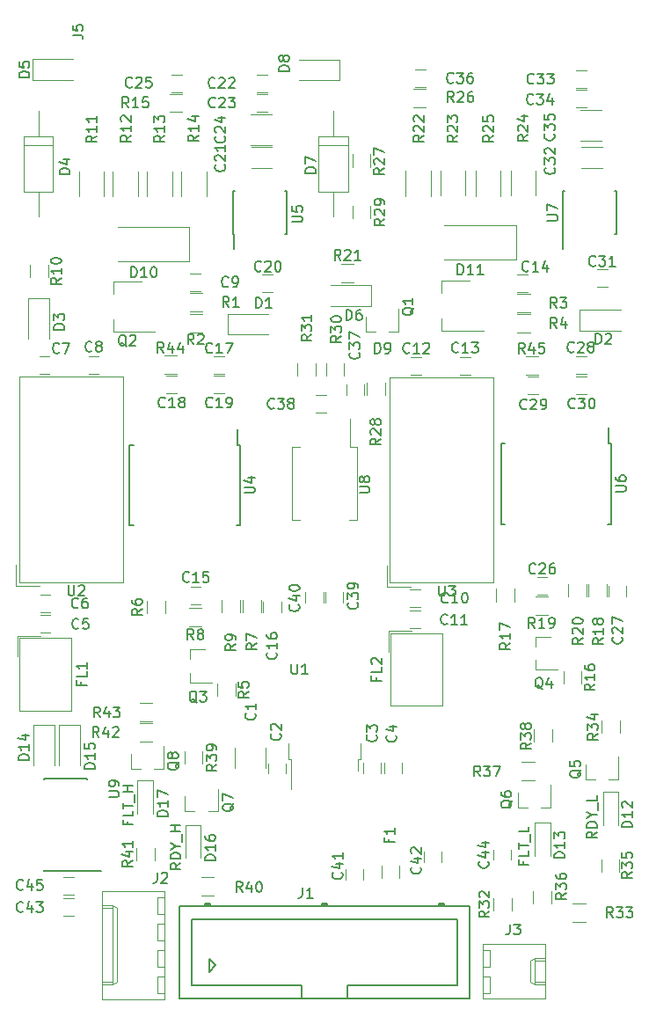
<source format=gto>
G04 #@! TF.GenerationSoftware,KiCad,Pcbnew,no-vcs-found-9413793~61~ubuntu17.10.1*
G04 #@! TF.CreationDate,2017-12-18T18:39:30-05:00*
G04 #@! TF.ProjectId,ENNOID Dual Gate Driver,454E4E4F4944204475616C2047617465,rev?*
G04 #@! TF.SameCoordinates,Original*
G04 #@! TF.FileFunction,Legend,Top*
G04 #@! TF.FilePolarity,Positive*
%FSLAX46Y46*%
G04 Gerber Fmt 4.6, Leading zero omitted, Abs format (unit mm)*
G04 Created by KiCad (PCBNEW no-vcs-found-9413793~61~ubuntu17.10.1) date Mon Dec 18 18:39:30 2017*
%MOMM*%
%LPD*%
G01*
G04 APERTURE LIST*
%ADD10C,0.200000*%
%ADD11C,0.120000*%
%ADD12C,0.150000*%
%ADD13C,0.100000*%
G04 APERTURE END LIST*
D10*
X11053771Y-80135219D02*
X11053771Y-80468552D01*
X11577580Y-80468552D02*
X10577580Y-80468552D01*
X10577580Y-79992361D01*
X11577580Y-79135219D02*
X11577580Y-79611409D01*
X10577580Y-79611409D01*
X10577580Y-78944742D02*
X10577580Y-78373314D01*
X11577580Y-78659028D02*
X10577580Y-78659028D01*
X11672819Y-78278076D02*
X11672819Y-77516171D01*
X11577580Y-77278076D02*
X10577580Y-77278076D01*
X11053771Y-77278076D02*
X11053771Y-76706647D01*
X11577580Y-76706647D02*
X10577580Y-76706647D01*
X16149580Y-84175409D02*
X15673390Y-84508742D01*
X16149580Y-84746838D02*
X15149580Y-84746838D01*
X15149580Y-84365885D01*
X15197200Y-84270647D01*
X15244819Y-84223028D01*
X15340057Y-84175409D01*
X15482914Y-84175409D01*
X15578152Y-84223028D01*
X15625771Y-84270647D01*
X15673390Y-84365885D01*
X15673390Y-84746838D01*
X16149580Y-83746838D02*
X15149580Y-83746838D01*
X15149580Y-83508742D01*
X15197200Y-83365885D01*
X15292438Y-83270647D01*
X15387676Y-83223028D01*
X15578152Y-83175409D01*
X15721009Y-83175409D01*
X15911485Y-83223028D01*
X16006723Y-83270647D01*
X16101961Y-83365885D01*
X16149580Y-83508742D01*
X16149580Y-83746838D01*
X15673390Y-82556361D02*
X16149580Y-82556361D01*
X15149580Y-82889695D02*
X15673390Y-82556361D01*
X15149580Y-82223028D01*
X16244819Y-82127790D02*
X16244819Y-81365885D01*
X16149580Y-81127790D02*
X15149580Y-81127790D01*
X15625771Y-81127790D02*
X15625771Y-80556361D01*
X16149580Y-80556361D02*
X15149580Y-80556361D01*
X49153771Y-83978571D02*
X49153771Y-84311904D01*
X49677580Y-84311904D02*
X48677580Y-84311904D01*
X48677580Y-83835714D01*
X49677580Y-82978571D02*
X49677580Y-83454761D01*
X48677580Y-83454761D01*
X48677580Y-82788095D02*
X48677580Y-82216666D01*
X49677580Y-82502380D02*
X48677580Y-82502380D01*
X49772819Y-82121428D02*
X49772819Y-81359523D01*
X49677580Y-80645238D02*
X49677580Y-81121428D01*
X48677580Y-81121428D01*
X56230780Y-81160761D02*
X55754590Y-81494095D01*
X56230780Y-81732190D02*
X55230780Y-81732190D01*
X55230780Y-81351238D01*
X55278400Y-81256000D01*
X55326019Y-81208380D01*
X55421257Y-81160761D01*
X55564114Y-81160761D01*
X55659352Y-81208380D01*
X55706971Y-81256000D01*
X55754590Y-81351238D01*
X55754590Y-81732190D01*
X56230780Y-80732190D02*
X55230780Y-80732190D01*
X55230780Y-80494095D01*
X55278400Y-80351238D01*
X55373638Y-80256000D01*
X55468876Y-80208380D01*
X55659352Y-80160761D01*
X55802209Y-80160761D01*
X55992685Y-80208380D01*
X56087923Y-80256000D01*
X56183161Y-80351238D01*
X56230780Y-80494095D01*
X56230780Y-80732190D01*
X55754590Y-79541714D02*
X56230780Y-79541714D01*
X55230780Y-79875047D02*
X55754590Y-79541714D01*
X55230780Y-79208380D01*
X56326019Y-79113142D02*
X56326019Y-78351238D01*
X56230780Y-77636952D02*
X56230780Y-78113142D01*
X55230780Y-78113142D01*
D11*
X39536000Y-83066000D02*
X39536000Y-84066000D01*
X41236000Y-84066000D02*
X41236000Y-83066000D01*
X21415900Y-66887800D02*
X21415900Y-68087800D01*
X19655900Y-68087800D02*
X19655900Y-66887800D01*
X24314600Y-75053700D02*
X24314600Y-73053700D01*
X21354600Y-73053700D02*
X21354600Y-75053700D01*
X24550000Y-74557000D02*
X24550000Y-75557000D01*
X26250000Y-75557000D02*
X26250000Y-74557000D01*
X33757500Y-74506200D02*
X33757500Y-75506200D01*
X35457500Y-75506200D02*
X35457500Y-74506200D01*
X37451400Y-75506200D02*
X37451400Y-74506200D01*
X35751400Y-74506200D02*
X35751400Y-75506200D01*
X3624200Y-60313200D02*
X2624200Y-60313200D01*
X2624200Y-62013200D02*
X3624200Y-62013200D01*
X2626740Y-60011680D02*
X3626740Y-60011680D01*
X3626740Y-58311680D02*
X2626740Y-58311680D01*
X2535300Y-37095800D02*
X3535300Y-37095800D01*
X3535300Y-35395800D02*
X2535300Y-35395800D01*
X8272400Y-35395800D02*
X7272400Y-35395800D01*
X7272400Y-37095800D02*
X8272400Y-37095800D01*
X17036160Y-29092260D02*
X18036160Y-29092260D01*
X18036160Y-27392260D02*
X17036160Y-27392260D01*
X39247700Y-57824000D02*
X38247700Y-57824000D01*
X38247700Y-59524000D02*
X39247700Y-59524000D01*
X38247700Y-61581400D02*
X39247700Y-61581400D01*
X39247700Y-59881400D02*
X38247700Y-59881400D01*
X38285800Y-37146600D02*
X39285800Y-37146600D01*
X39285800Y-35446600D02*
X38285800Y-35446600D01*
X44020360Y-35436440D02*
X43020360Y-35436440D01*
X43020360Y-37136440D02*
X44020360Y-37136440D01*
X48580420Y-29249740D02*
X49580420Y-29249740D01*
X49580420Y-27549740D02*
X48580420Y-27549740D01*
X18102200Y-57570000D02*
X17102200Y-57570000D01*
X17102200Y-59270000D02*
X18102200Y-59270000D01*
X25818200Y-60037600D02*
X25818200Y-59037600D01*
X24118200Y-59037600D02*
X24118200Y-60037600D01*
X20350100Y-35370400D02*
X19350100Y-35370400D01*
X19350100Y-37070400D02*
X20350100Y-37070400D01*
X14790800Y-38975400D02*
X15790800Y-38975400D01*
X15790800Y-37275400D02*
X14790800Y-37275400D01*
X19355500Y-38975400D02*
X20355500Y-38975400D01*
X20355500Y-37275400D02*
X19355500Y-37275400D01*
X24985600Y-27547200D02*
X23985600Y-27547200D01*
X23985600Y-29247200D02*
X24985600Y-29247200D01*
X24948640Y-15266480D02*
X22948640Y-15266480D01*
X22948640Y-17306480D02*
X24948640Y-17306480D01*
X23490300Y-9983840D02*
X24490300Y-9983840D01*
X24490300Y-8283840D02*
X23490300Y-8283840D01*
X24464900Y-10153280D02*
X23464900Y-10153280D01*
X23464900Y-11853280D02*
X24464900Y-11853280D01*
X22926800Y-12129320D02*
X24926800Y-12129320D01*
X24926800Y-15089320D02*
X22926800Y-15089320D01*
X16301340Y-8283840D02*
X15301340Y-8283840D01*
X15301340Y-9983840D02*
X16301340Y-9983840D01*
X50452400Y-58304800D02*
X51452400Y-58304800D01*
X51452400Y-56604800D02*
X50452400Y-56604800D01*
X57341400Y-57526300D02*
X57341400Y-58526300D01*
X59041400Y-58526300D02*
X59041400Y-57526300D01*
X55211600Y-35395800D02*
X54211600Y-35395800D01*
X54211600Y-37095800D02*
X55211600Y-37095800D01*
X49601500Y-39026200D02*
X50601500Y-39026200D01*
X50601500Y-37326200D02*
X49601500Y-37326200D01*
X54224300Y-39026200D02*
X55224300Y-39026200D01*
X55224300Y-37326200D02*
X54224300Y-37326200D01*
X56243600Y-28688400D02*
X57243600Y-28688400D01*
X57243600Y-26988400D02*
X56243600Y-26988400D01*
X54732680Y-17263300D02*
X56732680Y-17263300D01*
X56732680Y-15223300D02*
X54732680Y-15223300D01*
X55203980Y-7849500D02*
X54203980Y-7849500D01*
X54203980Y-9549500D02*
X55203980Y-9549500D01*
X55191280Y-9767200D02*
X54191280Y-9767200D01*
X54191280Y-11467200D02*
X55191280Y-11467200D01*
X56681880Y-14675300D02*
X54681880Y-14675300D01*
X54681880Y-11715300D02*
X56681880Y-11715300D01*
X38704900Y-9486000D02*
X39704900Y-9486000D01*
X39704900Y-7786000D02*
X38704900Y-7786000D01*
X33844600Y-39120700D02*
X33844600Y-38120700D01*
X32144600Y-38120700D02*
X32144600Y-39120700D01*
X30074500Y-58059700D02*
X30074500Y-59059700D01*
X31774500Y-59059700D02*
X31774500Y-58059700D01*
X29882200Y-59059700D02*
X29882200Y-58059700D01*
X28182200Y-58059700D02*
X28182200Y-59059700D01*
X33768400Y-85742400D02*
X33768400Y-84742400D01*
X32068400Y-84742400D02*
X32068400Y-85742400D01*
X5856860Y-87524220D02*
X4856860Y-87524220D01*
X4856860Y-89224220D02*
X5856860Y-89224220D01*
X47992400Y-83855058D02*
X47992400Y-82855058D01*
X46292400Y-82855058D02*
X46292400Y-83855058D01*
X20660800Y-31308800D02*
X20660800Y-33308800D01*
X20660800Y-33308800D02*
X24560800Y-33308800D01*
X20660800Y-31308800D02*
X24560800Y-31308800D01*
X54595200Y-30902400D02*
X58495200Y-30902400D01*
X54595200Y-32902400D02*
X58495200Y-32902400D01*
X54595200Y-30902400D02*
X54595200Y-32902400D01*
X3501900Y-29830200D02*
X1501900Y-29830200D01*
X1501900Y-29830200D02*
X1501900Y-33730200D01*
X3501900Y-29830200D02*
X3501900Y-33730200D01*
X3873800Y-15058300D02*
X1053800Y-15058300D01*
X2463800Y-21948300D02*
X2463800Y-19538300D01*
X2463800Y-11808300D02*
X2463800Y-14218300D01*
X3873800Y-19538300D02*
X3873800Y-14218300D01*
X1053800Y-19538300D02*
X3873800Y-19538300D01*
X1053800Y-14218300D02*
X1053800Y-19538300D01*
X3873800Y-14218300D02*
X1053800Y-14218300D01*
X1890200Y-6797800D02*
X5790200Y-6797800D01*
X1890200Y-8797800D02*
X5790200Y-8797800D01*
X1890200Y-6797800D02*
X1890200Y-8797800D01*
X34457200Y-30552900D02*
X34457200Y-28552900D01*
X34457200Y-28552900D02*
X30557200Y-28552900D01*
X34457200Y-30552900D02*
X30557200Y-30552900D01*
X32258360Y-14203060D02*
X29438360Y-14203060D01*
X29438360Y-14203060D02*
X29438360Y-19523060D01*
X29438360Y-19523060D02*
X32258360Y-19523060D01*
X32258360Y-19523060D02*
X32258360Y-14203060D01*
X30848360Y-11793060D02*
X30848360Y-14203060D01*
X30848360Y-21933060D02*
X30848360Y-19523060D01*
X32258360Y-15043060D02*
X29438360Y-15043060D01*
X31447300Y-8823200D02*
X27547300Y-8823200D01*
X31447300Y-6823200D02*
X27547300Y-6823200D01*
X31447300Y-8823200D02*
X31447300Y-6823200D01*
X13944300Y-96672300D02*
X14564300Y-96672300D01*
X13944300Y-95072300D02*
X13944300Y-96672300D01*
X14564300Y-95072300D02*
X13944300Y-95072300D01*
X13944300Y-94132300D02*
X14564300Y-94132300D01*
X13944300Y-92532300D02*
X13944300Y-94132300D01*
X14564300Y-92532300D02*
X13944300Y-92532300D01*
X13944300Y-91592300D02*
X14564300Y-91592300D01*
X13944300Y-89992300D02*
X13944300Y-91592300D01*
X14564300Y-89992300D02*
X13944300Y-89992300D01*
X13944300Y-89052300D02*
X14564300Y-89052300D01*
X13944300Y-87452300D02*
X13944300Y-89052300D01*
X14564300Y-87452300D02*
X13944300Y-87452300D01*
X8564300Y-95622300D02*
X9564300Y-95622300D01*
X8564300Y-88502300D02*
X9564300Y-88502300D01*
X9994300Y-95622300D02*
X9564300Y-95872300D01*
X9994300Y-88502300D02*
X9994300Y-95622300D01*
X9564300Y-88252300D02*
X9994300Y-88502300D01*
X9564300Y-95872300D02*
X8564300Y-95872300D01*
X9564300Y-88252300D02*
X9564300Y-95872300D01*
X8564300Y-88252300D02*
X9564300Y-88252300D01*
X14564300Y-97242300D02*
X14564300Y-86882300D01*
X8564300Y-97242300D02*
X14564300Y-97242300D01*
X8564300Y-86882300D02*
X8564300Y-97242300D01*
X14564300Y-86882300D02*
X8564300Y-86882300D01*
X45898100Y-92506900D02*
X45278100Y-92506900D01*
X45898100Y-94106900D02*
X45898100Y-92506900D01*
X45278100Y-94106900D02*
X45898100Y-94106900D01*
X45898100Y-95046900D02*
X45278100Y-95046900D01*
X45898100Y-96646900D02*
X45898100Y-95046900D01*
X45278100Y-96646900D02*
X45898100Y-96646900D01*
X51278100Y-93556900D02*
X50278100Y-93556900D01*
X51278100Y-95596900D02*
X50278100Y-95596900D01*
X49848100Y-93556900D02*
X50278100Y-93306900D01*
X49848100Y-95596900D02*
X49848100Y-93556900D01*
X50278100Y-95846900D02*
X49848100Y-95596900D01*
X50278100Y-93306900D02*
X51278100Y-93306900D01*
X50278100Y-95846900D02*
X50278100Y-93306900D01*
X51278100Y-95846900D02*
X50278100Y-95846900D01*
X45278100Y-91936900D02*
X45278100Y-97216900D01*
X51278100Y-91936900D02*
X45278100Y-91936900D01*
X51278100Y-97216900D02*
X51278100Y-91936900D01*
X45278100Y-97216900D02*
X51278100Y-97216900D01*
X41298400Y-32930800D02*
X41298400Y-31730800D01*
X45298400Y-32930800D02*
X41298400Y-32930800D01*
X41298400Y-28130800D02*
X43998400Y-28130800D01*
X41298400Y-29330800D02*
X41298400Y-28130800D01*
X9690640Y-29391760D02*
X9690640Y-28191760D01*
X9690640Y-28191760D02*
X12390640Y-28191760D01*
X13690640Y-32991760D02*
X9690640Y-32991760D01*
X9690640Y-32991760D02*
X9690640Y-31791760D01*
X17007300Y-63609100D02*
X18467300Y-63609100D01*
X17007300Y-66769100D02*
X19167300Y-66769100D01*
X17007300Y-66769100D02*
X17007300Y-65839100D01*
X17007300Y-63609100D02*
X17007300Y-64539100D01*
X50294000Y-62402600D02*
X50294000Y-63332600D01*
X50294000Y-65562600D02*
X50294000Y-64632600D01*
X50294000Y-65562600D02*
X52454000Y-65562600D01*
X50294000Y-62402600D02*
X51754000Y-62402600D01*
X18222520Y-31078060D02*
X17022520Y-31078060D01*
X17022520Y-29318060D02*
X18222520Y-29318060D01*
X17007280Y-31324660D02*
X18207280Y-31324660D01*
X18207280Y-33084660D02*
X17007280Y-33084660D01*
X48582020Y-29412040D02*
X49782020Y-29412040D01*
X49782020Y-31172040D02*
X48582020Y-31172040D01*
X48582020Y-31304340D02*
X49782020Y-31304340D01*
X49782020Y-33064340D02*
X48582020Y-33064340D01*
X14684900Y-58924900D02*
X14684900Y-60124900D01*
X12924900Y-60124900D02*
X12924900Y-58924900D01*
X23892400Y-58823300D02*
X23892400Y-60023300D01*
X22132400Y-60023300D02*
X22132400Y-58823300D01*
X16964100Y-59610100D02*
X18164100Y-59610100D01*
X18164100Y-61370100D02*
X16964100Y-61370100D01*
X20125800Y-60023300D02*
X20125800Y-58823300D01*
X21885800Y-58823300D02*
X21885800Y-60023300D01*
X3381900Y-26590700D02*
X3381900Y-27790700D01*
X1621900Y-27790700D02*
X1621900Y-26590700D01*
X6369200Y-17596000D02*
X6369200Y-19996000D01*
X8769200Y-17596000D02*
X8769200Y-19996000D01*
X12020400Y-17616320D02*
X12020400Y-20016320D01*
X9620400Y-17616320D02*
X9620400Y-20016320D01*
X15322400Y-17596000D02*
X15322400Y-19996000D01*
X12922400Y-17596000D02*
X12922400Y-19996000D01*
X16224400Y-17596000D02*
X16224400Y-19996000D01*
X18624400Y-17596000D02*
X18624400Y-19996000D01*
X15109900Y-10128360D02*
X16309900Y-10128360D01*
X16309900Y-11888360D02*
X15109900Y-11888360D01*
X52993400Y-66894000D02*
X52993400Y-65694000D01*
X54753400Y-65694000D02*
X54753400Y-66894000D01*
X46554500Y-58969200D02*
X46554500Y-57769200D01*
X48314500Y-57769200D02*
X48314500Y-58969200D01*
X55381000Y-58512000D02*
X55381000Y-57312000D01*
X57141000Y-57312000D02*
X57141000Y-58512000D01*
X51501600Y-60265200D02*
X50301600Y-60265200D01*
X50301600Y-58505200D02*
X51501600Y-58505200D01*
X53450600Y-58512000D02*
X53450600Y-57312000D01*
X55210600Y-57312000D02*
X55210600Y-58512000D01*
X32807200Y-28261200D02*
X31607200Y-28261200D01*
X31607200Y-26501200D02*
X32807200Y-26501200D01*
X40232180Y-17545200D02*
X40232180Y-19945200D01*
X37832180Y-17545200D02*
X37832180Y-19945200D01*
X41184980Y-17532500D02*
X41184980Y-19932500D01*
X43584980Y-17532500D02*
X43584980Y-19932500D01*
X50315980Y-17532500D02*
X50315980Y-19932500D01*
X47915980Y-17532500D02*
X47915980Y-19932500D01*
X44550480Y-17545200D02*
X44550480Y-19945200D01*
X46950480Y-17545200D02*
X46950480Y-19945200D01*
X39779500Y-11421000D02*
X38579500Y-11421000D01*
X38579500Y-9661000D02*
X39779500Y-9661000D01*
X34441020Y-15953180D02*
X34441020Y-17153180D01*
X32681020Y-17153180D02*
X32681020Y-15953180D01*
X34108500Y-39131800D02*
X34108500Y-37931800D01*
X35868500Y-37931800D02*
X35868500Y-39131800D01*
X32681020Y-22080780D02*
X32681020Y-20880780D01*
X34441020Y-20880780D02*
X34441020Y-22080780D01*
X31893400Y-36064900D02*
X31893400Y-37264900D01*
X30133400Y-37264900D02*
X30133400Y-36064900D01*
X27415600Y-37226800D02*
X27415600Y-36026800D01*
X29175600Y-36026800D02*
X29175600Y-37226800D01*
X46261202Y-88704858D02*
X46261202Y-87504858D01*
X48021202Y-87504858D02*
X48021202Y-88704858D01*
X55108400Y-89830800D02*
X53908400Y-89830800D01*
X53908400Y-88070800D02*
X55108400Y-88070800D01*
D12*
X21279880Y-23639600D02*
X21279880Y-25039600D01*
X26379880Y-23639600D02*
X26379880Y-19489600D01*
X21229880Y-23639600D02*
X21229880Y-19489600D01*
X26379880Y-23639600D02*
X26234880Y-23639600D01*
X26379880Y-19489600D02*
X26234880Y-19489600D01*
X21229880Y-19489600D02*
X21374880Y-19489600D01*
X21229880Y-23639600D02*
X21279880Y-23639600D01*
X52988286Y-23637886D02*
X52988286Y-25037886D01*
X58088286Y-23637886D02*
X58088286Y-19487886D01*
X52938286Y-23637886D02*
X52938286Y-19487886D01*
X58088286Y-23637886D02*
X57943286Y-23637886D01*
X58088286Y-19487886D02*
X57943286Y-19487886D01*
X52938286Y-19487886D02*
X53083286Y-19487886D01*
X52938286Y-23637886D02*
X52988286Y-23637886D01*
D11*
X29154500Y-40842300D02*
X30154500Y-40842300D01*
X30154500Y-39142300D02*
X29154500Y-39142300D01*
X5856860Y-85504920D02*
X4856860Y-85504920D01*
X4856860Y-87204920D02*
X5856860Y-87204920D01*
X33980000Y-33018000D02*
X33980000Y-31558000D01*
X37140000Y-33018000D02*
X37140000Y-30858000D01*
X37140000Y-33018000D02*
X36210000Y-33018000D01*
X33980000Y-33018000D02*
X34910000Y-33018000D01*
X17006020Y-26232120D02*
X17006020Y-22932120D01*
X17006020Y-22932120D02*
X10106020Y-22932120D01*
X17006020Y-26232120D02*
X10106020Y-26232120D01*
X48448680Y-26084800D02*
X41548680Y-26084800D01*
X48448680Y-22784800D02*
X41548680Y-22784800D01*
X48448680Y-26084800D02*
X48448680Y-22784800D01*
X56806400Y-80540100D02*
X56806400Y-77340100D01*
X58306400Y-77340100D02*
X58306400Y-80540100D01*
X58306400Y-77340100D02*
X56806400Y-77340100D01*
X51727800Y-80264900D02*
X50227800Y-80264900D01*
X51727800Y-80264900D02*
X51727800Y-83464900D01*
X50227800Y-83464900D02*
X50227800Y-80264900D01*
X3969260Y-70871520D02*
X1969260Y-70871520D01*
X1969260Y-70871520D02*
X1969260Y-74771520D01*
X3969260Y-70871520D02*
X3969260Y-74771520D01*
X6445760Y-70871520D02*
X6445760Y-74771520D01*
X4445760Y-70871520D02*
X4445760Y-74771520D01*
X6445760Y-70871520D02*
X4445760Y-70871520D01*
X18098200Y-80489700D02*
X16598200Y-80489700D01*
X18098200Y-80489700D02*
X18098200Y-83689700D01*
X16598200Y-83689700D02*
X16598200Y-80489700D01*
X12000800Y-79435200D02*
X12000800Y-76235200D01*
X13500800Y-76235200D02*
X13500800Y-79435200D01*
X13500800Y-76235200D02*
X12000800Y-76235200D01*
X37240100Y-84413800D02*
X37240100Y-85613800D01*
X35480100Y-85613800D02*
X35480100Y-84413800D01*
X55150900Y-76096400D02*
X56080900Y-76096400D01*
X58310900Y-76096400D02*
X57380900Y-76096400D01*
X58310900Y-76096400D02*
X58310900Y-73936400D01*
X55150900Y-76096400D02*
X55150900Y-74636400D01*
X48612900Y-78810900D02*
X48612900Y-77350900D01*
X51772900Y-78810900D02*
X51772900Y-76650900D01*
X51772900Y-78810900D02*
X50842900Y-78810900D01*
X48612900Y-78810900D02*
X49542900Y-78810900D01*
X16581000Y-79169800D02*
X17511000Y-79169800D01*
X19741000Y-79169800D02*
X18811000Y-79169800D01*
X19741000Y-79169800D02*
X19741000Y-77009800D01*
X16581000Y-79169800D02*
X16581000Y-77709800D01*
X11374000Y-75093100D02*
X11374000Y-73633100D01*
X14534000Y-75093100D02*
X14534000Y-72933100D01*
X14534000Y-75093100D02*
X13604000Y-75093100D01*
X11374000Y-75093100D02*
X12304000Y-75093100D01*
X58449100Y-70456500D02*
X58449100Y-71656500D01*
X56689100Y-71656500D02*
X56689100Y-70456500D01*
X58398300Y-83804200D02*
X58398300Y-85004200D01*
X56638300Y-85004200D02*
X56638300Y-83804200D01*
X51857800Y-86877600D02*
X51857800Y-88077600D01*
X50097800Y-88077600D02*
X50097800Y-86877600D01*
X49006200Y-74418300D02*
X50206200Y-74418300D01*
X50206200Y-76178300D02*
X49006200Y-76178300D01*
X50174000Y-72494700D02*
X50174000Y-71294700D01*
X51934000Y-71294700D02*
X51934000Y-72494700D01*
X18266300Y-73428300D02*
X18266300Y-74628300D01*
X16506300Y-74628300D02*
X16506300Y-73428300D01*
X18119800Y-85543500D02*
X19319800Y-85543500D01*
X19319800Y-87303500D02*
X18119800Y-87303500D01*
X11870800Y-83899300D02*
X11870800Y-82699300D01*
X13630800Y-82699300D02*
X13630800Y-83899300D01*
X13439700Y-72482600D02*
X12239700Y-72482600D01*
X12239700Y-70722600D02*
X13439700Y-70722600D01*
X12239700Y-68766800D02*
X13439700Y-68766800D01*
X13439700Y-70526800D02*
X12239700Y-70526800D01*
D12*
X21623500Y-43902400D02*
X21623500Y-42377400D01*
X11248500Y-43902400D02*
X11248500Y-51652400D01*
X21898500Y-43902400D02*
X21898500Y-51652400D01*
X11248500Y-43902400D02*
X11603500Y-43902400D01*
X11248500Y-51652400D02*
X11603500Y-51652400D01*
X21898500Y-51652400D02*
X21543500Y-51652400D01*
X21898500Y-43902400D02*
X21623500Y-43902400D01*
X57636300Y-43788100D02*
X57361300Y-43788100D01*
X57636300Y-51538100D02*
X57281300Y-51538100D01*
X46986300Y-51538100D02*
X47341300Y-51538100D01*
X46986300Y-43788100D02*
X47341300Y-43788100D01*
X57636300Y-43788100D02*
X57636300Y-51538100D01*
X46986300Y-43788100D02*
X46986300Y-51538100D01*
X57361300Y-43788100D02*
X57361300Y-42263100D01*
X7119440Y-84907040D02*
X7119440Y-84882040D01*
X2969440Y-84907040D02*
X2969440Y-84792040D01*
X2969440Y-76007040D02*
X2969440Y-76122040D01*
X7119440Y-76007040D02*
X7119440Y-76122040D01*
X7119440Y-84907040D02*
X2969440Y-84907040D01*
X7119440Y-76007040D02*
X2969440Y-76007040D01*
X7119440Y-84882040D02*
X8494440Y-84882040D01*
D11*
X15763800Y-37087700D02*
X14563800Y-37087700D01*
X14563800Y-35327700D02*
X15763800Y-35327700D01*
X49361800Y-35403900D02*
X50561800Y-35403900D01*
X50561800Y-37163900D02*
X49361800Y-37163900D01*
X33180000Y-74174200D02*
X33180000Y-75274200D01*
X33450000Y-74174200D02*
X33180000Y-74174200D01*
X33450000Y-72674200D02*
X33450000Y-74174200D01*
X26820000Y-74174200D02*
X26820000Y-77004200D01*
X26550000Y-74174200D02*
X26820000Y-74174200D01*
X26550000Y-72674200D02*
X26550000Y-74174200D01*
X27597400Y-44100400D02*
X26897400Y-44100400D01*
X26897400Y-44100400D02*
X26897400Y-51150400D01*
X26897400Y-51150400D02*
X27647400Y-51150400D01*
X32347400Y-51150400D02*
X33097400Y-51150400D01*
X33097400Y-51150400D02*
X33097400Y-44100400D01*
X33097400Y-44100400D02*
X32447400Y-44100400D01*
X32447400Y-44100400D02*
X32447400Y-41400400D01*
D12*
X19507400Y-94018100D02*
X18907400Y-94618100D01*
X18907400Y-93418100D02*
X19507400Y-94018100D01*
X18907400Y-94618100D02*
X18907400Y-93418100D01*
X18457400Y-88178100D02*
X18957400Y-88178100D01*
X18957400Y-88078100D02*
X18957400Y-88278100D01*
X18457400Y-88078100D02*
X18957400Y-88078100D01*
X18457400Y-88278100D02*
X18457400Y-88078100D01*
X41037400Y-88178100D02*
X41537400Y-88178100D01*
X41537400Y-88078100D02*
X41537400Y-88278100D01*
X41037400Y-88078100D02*
X41537400Y-88078100D01*
X41037400Y-88278100D02*
X41037400Y-88078100D01*
X29747400Y-88178100D02*
X30247400Y-88178100D01*
X30247400Y-88078100D02*
X30247400Y-88278100D01*
X29747400Y-88078100D02*
X30247400Y-88078100D01*
X29747400Y-88278100D02*
X29747400Y-88078100D01*
X32222400Y-95918100D02*
X32222400Y-97218100D01*
X42757400Y-95918100D02*
X32222400Y-95918100D01*
X42757400Y-89578100D02*
X42757400Y-95918100D01*
X17237400Y-89578100D02*
X42757400Y-89578100D01*
X17237400Y-95918100D02*
X17237400Y-89578100D01*
X27772400Y-95918100D02*
X17237400Y-95918100D01*
X27772400Y-97218100D02*
X27772400Y-95918100D01*
X43957400Y-97218100D02*
X16037400Y-97218100D01*
X43957400Y-88278100D02*
X43957400Y-97218100D01*
X16037400Y-88278100D02*
X43957400Y-88278100D01*
X16037400Y-97218100D02*
X16037400Y-88278100D01*
D13*
X449600Y-64289200D02*
X449600Y-62289200D01*
X449600Y-62289200D02*
X2649600Y-62289200D01*
D11*
X649600Y-69489200D02*
X5649600Y-69489200D01*
X5649600Y-69489200D02*
X5649600Y-62489200D01*
X5649600Y-62489200D02*
X649600Y-62489200D01*
X649600Y-62489200D02*
X649600Y-69489200D01*
X36362000Y-62032000D02*
X36362000Y-69032000D01*
X41362000Y-62032000D02*
X36362000Y-62032000D01*
X41362000Y-69032000D02*
X41362000Y-62032000D01*
X36362000Y-69032000D02*
X41362000Y-69032000D01*
D13*
X36162000Y-61832000D02*
X38362000Y-61832000D01*
X36162000Y-63832000D02*
X36162000Y-61832000D01*
D11*
X598800Y-57115600D02*
X10598800Y-57115600D01*
X598800Y-37375600D02*
X598800Y-57115600D01*
X10598800Y-37375600D02*
X598800Y-37375600D01*
X10598800Y-57115600D02*
X10598800Y-37375600D01*
D13*
X298800Y-57495600D02*
X298800Y-55465600D01*
X298800Y-57495600D02*
X2598800Y-57495600D01*
X35985800Y-57533700D02*
X38285800Y-57533700D01*
X35985800Y-57533700D02*
X35985800Y-55503700D01*
D11*
X46285800Y-57153700D02*
X46285800Y-37413700D01*
X46285800Y-37413700D02*
X36285800Y-37413700D01*
X36285800Y-37413700D02*
X36285800Y-57153700D01*
X36285800Y-57153700D02*
X46285800Y-57153700D01*
D12*
X39219142Y-84564457D02*
X39266761Y-84612076D01*
X39314380Y-84754933D01*
X39314380Y-84850171D01*
X39266761Y-84993028D01*
X39171523Y-85088266D01*
X39076285Y-85135885D01*
X38885809Y-85183504D01*
X38742952Y-85183504D01*
X38552476Y-85135885D01*
X38457238Y-85088266D01*
X38362000Y-84993028D01*
X38314380Y-84850171D01*
X38314380Y-84754933D01*
X38362000Y-84612076D01*
X38409619Y-84564457D01*
X38647714Y-83707314D02*
X39314380Y-83707314D01*
X38266761Y-83945409D02*
X38981047Y-84183504D01*
X38981047Y-83564457D01*
X38409619Y-83231123D02*
X38362000Y-83183504D01*
X38314380Y-83088266D01*
X38314380Y-82850171D01*
X38362000Y-82754933D01*
X38409619Y-82707314D01*
X38504857Y-82659695D01*
X38600095Y-82659695D01*
X38742952Y-82707314D01*
X39314380Y-83278742D01*
X39314380Y-82659695D01*
X22688280Y-67654466D02*
X22212090Y-67987800D01*
X22688280Y-68225895D02*
X21688280Y-68225895D01*
X21688280Y-67844942D01*
X21735900Y-67749704D01*
X21783519Y-67702085D01*
X21878757Y-67654466D01*
X22021614Y-67654466D01*
X22116852Y-67702085D01*
X22164471Y-67749704D01*
X22212090Y-67844942D01*
X22212090Y-68225895D01*
X21688280Y-66749704D02*
X21688280Y-67225895D01*
X22164471Y-67273514D01*
X22116852Y-67225895D01*
X22069233Y-67130657D01*
X22069233Y-66892561D01*
X22116852Y-66797323D01*
X22164471Y-66749704D01*
X22259709Y-66702085D01*
X22497804Y-66702085D01*
X22593042Y-66749704D01*
X22640661Y-66797323D01*
X22688280Y-66892561D01*
X22688280Y-67130657D01*
X22640661Y-67225895D01*
X22593042Y-67273514D01*
X23280642Y-69749966D02*
X23328261Y-69797585D01*
X23375880Y-69940442D01*
X23375880Y-70035680D01*
X23328261Y-70178538D01*
X23233023Y-70273776D01*
X23137785Y-70321395D01*
X22947309Y-70369014D01*
X22804452Y-70369014D01*
X22613976Y-70321395D01*
X22518738Y-70273776D01*
X22423500Y-70178538D01*
X22375880Y-70035680D01*
X22375880Y-69940442D01*
X22423500Y-69797585D01*
X22471119Y-69749966D01*
X23375880Y-68797585D02*
X23375880Y-69369014D01*
X23375880Y-69083300D02*
X22375880Y-69083300D01*
X22518738Y-69178538D01*
X22613976Y-69273776D01*
X22661595Y-69369014D01*
X25719042Y-71718466D02*
X25766661Y-71766085D01*
X25814280Y-71908942D01*
X25814280Y-72004180D01*
X25766661Y-72147038D01*
X25671423Y-72242276D01*
X25576185Y-72289895D01*
X25385709Y-72337514D01*
X25242852Y-72337514D01*
X25052376Y-72289895D01*
X24957138Y-72242276D01*
X24861900Y-72147038D01*
X24814280Y-72004180D01*
X24814280Y-71908942D01*
X24861900Y-71766085D01*
X24909519Y-71718466D01*
X24909519Y-71337514D02*
X24861900Y-71289895D01*
X24814280Y-71194657D01*
X24814280Y-70956561D01*
X24861900Y-70861323D01*
X24909519Y-70813704D01*
X25004757Y-70766085D01*
X25099995Y-70766085D01*
X25242852Y-70813704D01*
X25814280Y-71385133D01*
X25814280Y-70766085D01*
X34964642Y-71832766D02*
X35012261Y-71880385D01*
X35059880Y-72023242D01*
X35059880Y-72118480D01*
X35012261Y-72261338D01*
X34917023Y-72356576D01*
X34821785Y-72404195D01*
X34631309Y-72451814D01*
X34488452Y-72451814D01*
X34297976Y-72404195D01*
X34202738Y-72356576D01*
X34107500Y-72261338D01*
X34059880Y-72118480D01*
X34059880Y-72023242D01*
X34107500Y-71880385D01*
X34155119Y-71832766D01*
X34059880Y-71499433D02*
X34059880Y-70880385D01*
X34440833Y-71213719D01*
X34440833Y-71070861D01*
X34488452Y-70975623D01*
X34536071Y-70928004D01*
X34631309Y-70880385D01*
X34869404Y-70880385D01*
X34964642Y-70928004D01*
X35012261Y-70975623D01*
X35059880Y-71070861D01*
X35059880Y-71356576D01*
X35012261Y-71451814D01*
X34964642Y-71499433D01*
X36844242Y-71870866D02*
X36891861Y-71918485D01*
X36939480Y-72061342D01*
X36939480Y-72156580D01*
X36891861Y-72299438D01*
X36796623Y-72394676D01*
X36701385Y-72442295D01*
X36510909Y-72489914D01*
X36368052Y-72489914D01*
X36177576Y-72442295D01*
X36082338Y-72394676D01*
X35987100Y-72299438D01*
X35939480Y-72156580D01*
X35939480Y-72061342D01*
X35987100Y-71918485D01*
X36034719Y-71870866D01*
X36272814Y-71013723D02*
X36939480Y-71013723D01*
X35891861Y-71251819D02*
X36606147Y-71489914D01*
X36606147Y-70870866D01*
X6335733Y-61520342D02*
X6288114Y-61567961D01*
X6145257Y-61615580D01*
X6050019Y-61615580D01*
X5907161Y-61567961D01*
X5811923Y-61472723D01*
X5764304Y-61377485D01*
X5716685Y-61187009D01*
X5716685Y-61044152D01*
X5764304Y-60853676D01*
X5811923Y-60758438D01*
X5907161Y-60663200D01*
X6050019Y-60615580D01*
X6145257Y-60615580D01*
X6288114Y-60663200D01*
X6335733Y-60710819D01*
X7240495Y-60615580D02*
X6764304Y-60615580D01*
X6716685Y-61091771D01*
X6764304Y-61044152D01*
X6859542Y-60996533D01*
X7097638Y-60996533D01*
X7192876Y-61044152D01*
X7240495Y-61091771D01*
X7288114Y-61187009D01*
X7288114Y-61425104D01*
X7240495Y-61520342D01*
X7192876Y-61567961D01*
X7097638Y-61615580D01*
X6859542Y-61615580D01*
X6764304Y-61567961D01*
X6716685Y-61520342D01*
X6284933Y-59539142D02*
X6237314Y-59586761D01*
X6094457Y-59634380D01*
X5999219Y-59634380D01*
X5856361Y-59586761D01*
X5761123Y-59491523D01*
X5713504Y-59396285D01*
X5665885Y-59205809D01*
X5665885Y-59062952D01*
X5713504Y-58872476D01*
X5761123Y-58777238D01*
X5856361Y-58682000D01*
X5999219Y-58634380D01*
X6094457Y-58634380D01*
X6237314Y-58682000D01*
X6284933Y-58729619D01*
X7142076Y-58634380D02*
X6951600Y-58634380D01*
X6856361Y-58682000D01*
X6808742Y-58729619D01*
X6713504Y-58872476D01*
X6665885Y-59062952D01*
X6665885Y-59443904D01*
X6713504Y-59539142D01*
X6761123Y-59586761D01*
X6856361Y-59634380D01*
X7046838Y-59634380D01*
X7142076Y-59586761D01*
X7189695Y-59539142D01*
X7237314Y-59443904D01*
X7237314Y-59205809D01*
X7189695Y-59110571D01*
X7142076Y-59062952D01*
X7046838Y-59015333D01*
X6856361Y-59015333D01*
X6761123Y-59062952D01*
X6713504Y-59110571D01*
X6665885Y-59205809D01*
X4456133Y-35002742D02*
X4408514Y-35050361D01*
X4265657Y-35097980D01*
X4170419Y-35097980D01*
X4027561Y-35050361D01*
X3932323Y-34955123D01*
X3884704Y-34859885D01*
X3837085Y-34669409D01*
X3837085Y-34526552D01*
X3884704Y-34336076D01*
X3932323Y-34240838D01*
X4027561Y-34145600D01*
X4170419Y-34097980D01*
X4265657Y-34097980D01*
X4408514Y-34145600D01*
X4456133Y-34193219D01*
X4789466Y-34097980D02*
X5456133Y-34097980D01*
X5027561Y-35097980D01*
X7605733Y-34852942D02*
X7558114Y-34900561D01*
X7415257Y-34948180D01*
X7320019Y-34948180D01*
X7177161Y-34900561D01*
X7081923Y-34805323D01*
X7034304Y-34710085D01*
X6986685Y-34519609D01*
X6986685Y-34376752D01*
X7034304Y-34186276D01*
X7081923Y-34091038D01*
X7177161Y-33995800D01*
X7320019Y-33948180D01*
X7415257Y-33948180D01*
X7558114Y-33995800D01*
X7605733Y-34043419D01*
X8177161Y-34376752D02*
X8081923Y-34329133D01*
X8034304Y-34281514D01*
X7986685Y-34186276D01*
X7986685Y-34138657D01*
X8034304Y-34043419D01*
X8081923Y-33995800D01*
X8177161Y-33948180D01*
X8367638Y-33948180D01*
X8462876Y-33995800D01*
X8510495Y-34043419D01*
X8558114Y-34138657D01*
X8558114Y-34186276D01*
X8510495Y-34281514D01*
X8462876Y-34329133D01*
X8367638Y-34376752D01*
X8177161Y-34376752D01*
X8081923Y-34424371D01*
X8034304Y-34471990D01*
X7986685Y-34567228D01*
X7986685Y-34757704D01*
X8034304Y-34852942D01*
X8081923Y-34900561D01*
X8177161Y-34948180D01*
X8367638Y-34948180D01*
X8462876Y-34900561D01*
X8510495Y-34852942D01*
X8558114Y-34757704D01*
X8558114Y-34567228D01*
X8510495Y-34471990D01*
X8462876Y-34424371D01*
X8367638Y-34376752D01*
X20734993Y-28627342D02*
X20687374Y-28674961D01*
X20544517Y-28722580D01*
X20449279Y-28722580D01*
X20306421Y-28674961D01*
X20211183Y-28579723D01*
X20163564Y-28484485D01*
X20115945Y-28294009D01*
X20115945Y-28151152D01*
X20163564Y-27960676D01*
X20211183Y-27865438D01*
X20306421Y-27770200D01*
X20449279Y-27722580D01*
X20544517Y-27722580D01*
X20687374Y-27770200D01*
X20734993Y-27817819D01*
X21211183Y-28722580D02*
X21401660Y-28722580D01*
X21496898Y-28674961D01*
X21544517Y-28627342D01*
X21639755Y-28484485D01*
X21687374Y-28294009D01*
X21687374Y-27913057D01*
X21639755Y-27817819D01*
X21592136Y-27770200D01*
X21496898Y-27722580D01*
X21306421Y-27722580D01*
X21211183Y-27770200D01*
X21163564Y-27817819D01*
X21115945Y-27913057D01*
X21115945Y-28151152D01*
X21163564Y-28246390D01*
X21211183Y-28294009D01*
X21306421Y-28341628D01*
X21496898Y-28341628D01*
X21592136Y-28294009D01*
X21639755Y-28246390D01*
X21687374Y-28151152D01*
X41876742Y-59031142D02*
X41829123Y-59078761D01*
X41686266Y-59126380D01*
X41591028Y-59126380D01*
X41448171Y-59078761D01*
X41352933Y-58983523D01*
X41305314Y-58888285D01*
X41257695Y-58697809D01*
X41257695Y-58554952D01*
X41305314Y-58364476D01*
X41352933Y-58269238D01*
X41448171Y-58174000D01*
X41591028Y-58126380D01*
X41686266Y-58126380D01*
X41829123Y-58174000D01*
X41876742Y-58221619D01*
X42829123Y-59126380D02*
X42257695Y-59126380D01*
X42543409Y-59126380D02*
X42543409Y-58126380D01*
X42448171Y-58269238D01*
X42352933Y-58364476D01*
X42257695Y-58412095D01*
X43448171Y-58126380D02*
X43543409Y-58126380D01*
X43638647Y-58174000D01*
X43686266Y-58221619D01*
X43733885Y-58316857D01*
X43781504Y-58507333D01*
X43781504Y-58745428D01*
X43733885Y-58935904D01*
X43686266Y-59031142D01*
X43638647Y-59078761D01*
X43543409Y-59126380D01*
X43448171Y-59126380D01*
X43352933Y-59078761D01*
X43305314Y-59031142D01*
X43257695Y-58935904D01*
X43210076Y-58745428D01*
X43210076Y-58507333D01*
X43257695Y-58316857D01*
X43305314Y-58221619D01*
X43352933Y-58174000D01*
X43448171Y-58126380D01*
X41825942Y-61113942D02*
X41778323Y-61161561D01*
X41635466Y-61209180D01*
X41540228Y-61209180D01*
X41397371Y-61161561D01*
X41302133Y-61066323D01*
X41254514Y-60971085D01*
X41206895Y-60780609D01*
X41206895Y-60637752D01*
X41254514Y-60447276D01*
X41302133Y-60352038D01*
X41397371Y-60256800D01*
X41540228Y-60209180D01*
X41635466Y-60209180D01*
X41778323Y-60256800D01*
X41825942Y-60304419D01*
X42778323Y-61209180D02*
X42206895Y-61209180D01*
X42492609Y-61209180D02*
X42492609Y-60209180D01*
X42397371Y-60352038D01*
X42302133Y-60447276D01*
X42206895Y-60494895D01*
X43730704Y-61209180D02*
X43159276Y-61209180D01*
X43444990Y-61209180D02*
X43444990Y-60209180D01*
X43349752Y-60352038D01*
X43254514Y-60447276D01*
X43159276Y-60494895D01*
X38193742Y-35002742D02*
X38146123Y-35050361D01*
X38003266Y-35097980D01*
X37908028Y-35097980D01*
X37765171Y-35050361D01*
X37669933Y-34955123D01*
X37622314Y-34859885D01*
X37574695Y-34669409D01*
X37574695Y-34526552D01*
X37622314Y-34336076D01*
X37669933Y-34240838D01*
X37765171Y-34145600D01*
X37908028Y-34097980D01*
X38003266Y-34097980D01*
X38146123Y-34145600D01*
X38193742Y-34193219D01*
X39146123Y-35097980D02*
X38574695Y-35097980D01*
X38860409Y-35097980D02*
X38860409Y-34097980D01*
X38765171Y-34240838D01*
X38669933Y-34336076D01*
X38574695Y-34383695D01*
X39527076Y-34193219D02*
X39574695Y-34145600D01*
X39669933Y-34097980D01*
X39908028Y-34097980D01*
X40003266Y-34145600D01*
X40050885Y-34193219D01*
X40098504Y-34288457D01*
X40098504Y-34383695D01*
X40050885Y-34526552D01*
X39479457Y-35097980D01*
X40098504Y-35097980D01*
X42890202Y-34954482D02*
X42842583Y-35002101D01*
X42699726Y-35049720D01*
X42604488Y-35049720D01*
X42461631Y-35002101D01*
X42366393Y-34906863D01*
X42318774Y-34811625D01*
X42271155Y-34621149D01*
X42271155Y-34478292D01*
X42318774Y-34287816D01*
X42366393Y-34192578D01*
X42461631Y-34097340D01*
X42604488Y-34049720D01*
X42699726Y-34049720D01*
X42842583Y-34097340D01*
X42890202Y-34144959D01*
X43842583Y-35049720D02*
X43271155Y-35049720D01*
X43556869Y-35049720D02*
X43556869Y-34049720D01*
X43461631Y-34192578D01*
X43366393Y-34287816D01*
X43271155Y-34335435D01*
X44175917Y-34049720D02*
X44794964Y-34049720D01*
X44461631Y-34430673D01*
X44604488Y-34430673D01*
X44699726Y-34478292D01*
X44747345Y-34525911D01*
X44794964Y-34621149D01*
X44794964Y-34859244D01*
X44747345Y-34954482D01*
X44699726Y-35002101D01*
X44604488Y-35049720D01*
X44318774Y-35049720D01*
X44223536Y-35002101D01*
X44175917Y-34954482D01*
X49649142Y-27128742D02*
X49601523Y-27176361D01*
X49458666Y-27223980D01*
X49363428Y-27223980D01*
X49220571Y-27176361D01*
X49125333Y-27081123D01*
X49077714Y-26985885D01*
X49030095Y-26795409D01*
X49030095Y-26652552D01*
X49077714Y-26462076D01*
X49125333Y-26366838D01*
X49220571Y-26271600D01*
X49363428Y-26223980D01*
X49458666Y-26223980D01*
X49601523Y-26271600D01*
X49649142Y-26319219D01*
X50601523Y-27223980D02*
X50030095Y-27223980D01*
X50315809Y-27223980D02*
X50315809Y-26223980D01*
X50220571Y-26366838D01*
X50125333Y-26462076D01*
X50030095Y-26509695D01*
X51458666Y-26557314D02*
X51458666Y-27223980D01*
X51220571Y-26176361D02*
X50982476Y-26890647D01*
X51601523Y-26890647D01*
X16959342Y-57027142D02*
X16911723Y-57074761D01*
X16768866Y-57122380D01*
X16673628Y-57122380D01*
X16530771Y-57074761D01*
X16435533Y-56979523D01*
X16387914Y-56884285D01*
X16340295Y-56693809D01*
X16340295Y-56550952D01*
X16387914Y-56360476D01*
X16435533Y-56265238D01*
X16530771Y-56170000D01*
X16673628Y-56122380D01*
X16768866Y-56122380D01*
X16911723Y-56170000D01*
X16959342Y-56217619D01*
X17911723Y-57122380D02*
X17340295Y-57122380D01*
X17626009Y-57122380D02*
X17626009Y-56122380D01*
X17530771Y-56265238D01*
X17435533Y-56360476D01*
X17340295Y-56408095D01*
X18816485Y-56122380D02*
X18340295Y-56122380D01*
X18292676Y-56598571D01*
X18340295Y-56550952D01*
X18435533Y-56503333D01*
X18673628Y-56503333D01*
X18768866Y-56550952D01*
X18816485Y-56598571D01*
X18864104Y-56693809D01*
X18864104Y-56931904D01*
X18816485Y-57027142D01*
X18768866Y-57074761D01*
X18673628Y-57122380D01*
X18435533Y-57122380D01*
X18340295Y-57074761D01*
X18292676Y-57027142D01*
X25325342Y-63914257D02*
X25372961Y-63961876D01*
X25420580Y-64104733D01*
X25420580Y-64199971D01*
X25372961Y-64342828D01*
X25277723Y-64438066D01*
X25182485Y-64485685D01*
X24992009Y-64533304D01*
X24849152Y-64533304D01*
X24658676Y-64485685D01*
X24563438Y-64438066D01*
X24468200Y-64342828D01*
X24420580Y-64199971D01*
X24420580Y-64104733D01*
X24468200Y-63961876D01*
X24515819Y-63914257D01*
X25420580Y-62961876D02*
X25420580Y-63533304D01*
X25420580Y-63247590D02*
X24420580Y-63247590D01*
X24563438Y-63342828D01*
X24658676Y-63438066D01*
X24706295Y-63533304D01*
X24420580Y-62104733D02*
X24420580Y-62295209D01*
X24468200Y-62390447D01*
X24515819Y-62438066D01*
X24658676Y-62533304D01*
X24849152Y-62580923D01*
X25230104Y-62580923D01*
X25325342Y-62533304D01*
X25372961Y-62485685D01*
X25420580Y-62390447D01*
X25420580Y-62199971D01*
X25372961Y-62104733D01*
X25325342Y-62057114D01*
X25230104Y-62009495D01*
X24992009Y-62009495D01*
X24896771Y-62057114D01*
X24849152Y-62104733D01*
X24801533Y-62199971D01*
X24801533Y-62390447D01*
X24849152Y-62485685D01*
X24896771Y-62533304D01*
X24992009Y-62580923D01*
X19207242Y-34990042D02*
X19159623Y-35037661D01*
X19016766Y-35085280D01*
X18921528Y-35085280D01*
X18778671Y-35037661D01*
X18683433Y-34942423D01*
X18635814Y-34847185D01*
X18588195Y-34656709D01*
X18588195Y-34513852D01*
X18635814Y-34323376D01*
X18683433Y-34228138D01*
X18778671Y-34132900D01*
X18921528Y-34085280D01*
X19016766Y-34085280D01*
X19159623Y-34132900D01*
X19207242Y-34180519D01*
X20159623Y-35085280D02*
X19588195Y-35085280D01*
X19873909Y-35085280D02*
X19873909Y-34085280D01*
X19778671Y-34228138D01*
X19683433Y-34323376D01*
X19588195Y-34370995D01*
X20492957Y-34085280D02*
X21159623Y-34085280D01*
X20731052Y-35085280D01*
X14647942Y-40232542D02*
X14600323Y-40280161D01*
X14457466Y-40327780D01*
X14362228Y-40327780D01*
X14219371Y-40280161D01*
X14124133Y-40184923D01*
X14076514Y-40089685D01*
X14028895Y-39899209D01*
X14028895Y-39756352D01*
X14076514Y-39565876D01*
X14124133Y-39470638D01*
X14219371Y-39375400D01*
X14362228Y-39327780D01*
X14457466Y-39327780D01*
X14600323Y-39375400D01*
X14647942Y-39423019D01*
X15600323Y-40327780D02*
X15028895Y-40327780D01*
X15314609Y-40327780D02*
X15314609Y-39327780D01*
X15219371Y-39470638D01*
X15124133Y-39565876D01*
X15028895Y-39613495D01*
X16171752Y-39756352D02*
X16076514Y-39708733D01*
X16028895Y-39661114D01*
X15981276Y-39565876D01*
X15981276Y-39518257D01*
X16028895Y-39423019D01*
X16076514Y-39375400D01*
X16171752Y-39327780D01*
X16362228Y-39327780D01*
X16457466Y-39375400D01*
X16505085Y-39423019D01*
X16552704Y-39518257D01*
X16552704Y-39565876D01*
X16505085Y-39661114D01*
X16457466Y-39708733D01*
X16362228Y-39756352D01*
X16171752Y-39756352D01*
X16076514Y-39803971D01*
X16028895Y-39851590D01*
X15981276Y-39946828D01*
X15981276Y-40137304D01*
X16028895Y-40232542D01*
X16076514Y-40280161D01*
X16171752Y-40327780D01*
X16362228Y-40327780D01*
X16457466Y-40280161D01*
X16505085Y-40232542D01*
X16552704Y-40137304D01*
X16552704Y-39946828D01*
X16505085Y-39851590D01*
X16457466Y-39803971D01*
X16362228Y-39756352D01*
X19212642Y-40232542D02*
X19165023Y-40280161D01*
X19022166Y-40327780D01*
X18926928Y-40327780D01*
X18784071Y-40280161D01*
X18688833Y-40184923D01*
X18641214Y-40089685D01*
X18593595Y-39899209D01*
X18593595Y-39756352D01*
X18641214Y-39565876D01*
X18688833Y-39470638D01*
X18784071Y-39375400D01*
X18926928Y-39327780D01*
X19022166Y-39327780D01*
X19165023Y-39375400D01*
X19212642Y-39423019D01*
X20165023Y-40327780D02*
X19593595Y-40327780D01*
X19879309Y-40327780D02*
X19879309Y-39327780D01*
X19784071Y-39470638D01*
X19688833Y-39565876D01*
X19593595Y-39613495D01*
X20641214Y-40327780D02*
X20831690Y-40327780D01*
X20926928Y-40280161D01*
X20974547Y-40232542D01*
X21069785Y-40089685D01*
X21117404Y-39899209D01*
X21117404Y-39518257D01*
X21069785Y-39423019D01*
X21022166Y-39375400D01*
X20926928Y-39327780D01*
X20736452Y-39327780D01*
X20641214Y-39375400D01*
X20593595Y-39423019D01*
X20545976Y-39518257D01*
X20545976Y-39756352D01*
X20593595Y-39851590D01*
X20641214Y-39899209D01*
X20736452Y-39946828D01*
X20926928Y-39946828D01*
X21022166Y-39899209D01*
X21069785Y-39851590D01*
X21117404Y-39756352D01*
X23893542Y-27128742D02*
X23845923Y-27176361D01*
X23703066Y-27223980D01*
X23607828Y-27223980D01*
X23464971Y-27176361D01*
X23369733Y-27081123D01*
X23322114Y-26985885D01*
X23274495Y-26795409D01*
X23274495Y-26652552D01*
X23322114Y-26462076D01*
X23369733Y-26366838D01*
X23464971Y-26271600D01*
X23607828Y-26223980D01*
X23703066Y-26223980D01*
X23845923Y-26271600D01*
X23893542Y-26319219D01*
X24274495Y-26319219D02*
X24322114Y-26271600D01*
X24417352Y-26223980D01*
X24655447Y-26223980D01*
X24750685Y-26271600D01*
X24798304Y-26319219D01*
X24845923Y-26414457D01*
X24845923Y-26509695D01*
X24798304Y-26652552D01*
X24226876Y-27223980D01*
X24845923Y-27223980D01*
X25464971Y-26223980D02*
X25560209Y-26223980D01*
X25655447Y-26271600D01*
X25703066Y-26319219D01*
X25750685Y-26414457D01*
X25798304Y-26604933D01*
X25798304Y-26843028D01*
X25750685Y-27033504D01*
X25703066Y-27128742D01*
X25655447Y-27176361D01*
X25560209Y-27223980D01*
X25464971Y-27223980D01*
X25369733Y-27176361D01*
X25322114Y-27128742D01*
X25274495Y-27033504D01*
X25226876Y-26843028D01*
X25226876Y-26604933D01*
X25274495Y-26414457D01*
X25322114Y-26319219D01*
X25369733Y-26271600D01*
X25464971Y-26223980D01*
X20362182Y-16964897D02*
X20409801Y-17012516D01*
X20457420Y-17155373D01*
X20457420Y-17250611D01*
X20409801Y-17393468D01*
X20314563Y-17488706D01*
X20219325Y-17536325D01*
X20028849Y-17583944D01*
X19885992Y-17583944D01*
X19695516Y-17536325D01*
X19600278Y-17488706D01*
X19505040Y-17393468D01*
X19457420Y-17250611D01*
X19457420Y-17155373D01*
X19505040Y-17012516D01*
X19552659Y-16964897D01*
X19552659Y-16583944D02*
X19505040Y-16536325D01*
X19457420Y-16441087D01*
X19457420Y-16202992D01*
X19505040Y-16107754D01*
X19552659Y-16060135D01*
X19647897Y-16012516D01*
X19743135Y-16012516D01*
X19885992Y-16060135D01*
X20457420Y-16631563D01*
X20457420Y-16012516D01*
X20457420Y-15060135D02*
X20457420Y-15631563D01*
X20457420Y-15345849D02*
X19457420Y-15345849D01*
X19600278Y-15441087D01*
X19695516Y-15536325D01*
X19743135Y-15631563D01*
X19448542Y-9475742D02*
X19400923Y-9523361D01*
X19258066Y-9570980D01*
X19162828Y-9570980D01*
X19019971Y-9523361D01*
X18924733Y-9428123D01*
X18877114Y-9332885D01*
X18829495Y-9142409D01*
X18829495Y-8999552D01*
X18877114Y-8809076D01*
X18924733Y-8713838D01*
X19019971Y-8618600D01*
X19162828Y-8570980D01*
X19258066Y-8570980D01*
X19400923Y-8618600D01*
X19448542Y-8666219D01*
X19829495Y-8666219D02*
X19877114Y-8618600D01*
X19972352Y-8570980D01*
X20210447Y-8570980D01*
X20305685Y-8618600D01*
X20353304Y-8666219D01*
X20400923Y-8761457D01*
X20400923Y-8856695D01*
X20353304Y-8999552D01*
X19781876Y-9570980D01*
X20400923Y-9570980D01*
X20781876Y-8666219D02*
X20829495Y-8618600D01*
X20924733Y-8570980D01*
X21162828Y-8570980D01*
X21258066Y-8618600D01*
X21305685Y-8666219D01*
X21353304Y-8761457D01*
X21353304Y-8856695D01*
X21305685Y-8999552D01*
X20734257Y-9570980D01*
X21353304Y-9570980D01*
X19486642Y-11368042D02*
X19439023Y-11415661D01*
X19296166Y-11463280D01*
X19200928Y-11463280D01*
X19058071Y-11415661D01*
X18962833Y-11320423D01*
X18915214Y-11225185D01*
X18867595Y-11034709D01*
X18867595Y-10891852D01*
X18915214Y-10701376D01*
X18962833Y-10606138D01*
X19058071Y-10510900D01*
X19200928Y-10463280D01*
X19296166Y-10463280D01*
X19439023Y-10510900D01*
X19486642Y-10558519D01*
X19867595Y-10558519D02*
X19915214Y-10510900D01*
X20010452Y-10463280D01*
X20248547Y-10463280D01*
X20343785Y-10510900D01*
X20391404Y-10558519D01*
X20439023Y-10653757D01*
X20439023Y-10748995D01*
X20391404Y-10891852D01*
X19819976Y-11463280D01*
X20439023Y-11463280D01*
X20772357Y-10463280D02*
X21391404Y-10463280D01*
X21058071Y-10844233D01*
X21200928Y-10844233D01*
X21296166Y-10891852D01*
X21343785Y-10939471D01*
X21391404Y-11034709D01*
X21391404Y-11272804D01*
X21343785Y-11368042D01*
X21296166Y-11415661D01*
X21200928Y-11463280D01*
X20915214Y-11463280D01*
X20819976Y-11415661D01*
X20772357Y-11368042D01*
X20362182Y-14226777D02*
X20409801Y-14274396D01*
X20457420Y-14417253D01*
X20457420Y-14512491D01*
X20409801Y-14655348D01*
X20314563Y-14750586D01*
X20219325Y-14798205D01*
X20028849Y-14845824D01*
X19885992Y-14845824D01*
X19695516Y-14798205D01*
X19600278Y-14750586D01*
X19505040Y-14655348D01*
X19457420Y-14512491D01*
X19457420Y-14417253D01*
X19505040Y-14274396D01*
X19552659Y-14226777D01*
X19552659Y-13845824D02*
X19505040Y-13798205D01*
X19457420Y-13702967D01*
X19457420Y-13464872D01*
X19505040Y-13369634D01*
X19552659Y-13322015D01*
X19647897Y-13274396D01*
X19743135Y-13274396D01*
X19885992Y-13322015D01*
X20457420Y-13893443D01*
X20457420Y-13274396D01*
X19790754Y-12417253D02*
X20457420Y-12417253D01*
X19409801Y-12655348D02*
X20124087Y-12893443D01*
X20124087Y-12274396D01*
X11470402Y-9437642D02*
X11422783Y-9485261D01*
X11279926Y-9532880D01*
X11184688Y-9532880D01*
X11041831Y-9485261D01*
X10946593Y-9390023D01*
X10898974Y-9294785D01*
X10851355Y-9104309D01*
X10851355Y-8961452D01*
X10898974Y-8770976D01*
X10946593Y-8675738D01*
X11041831Y-8580500D01*
X11184688Y-8532880D01*
X11279926Y-8532880D01*
X11422783Y-8580500D01*
X11470402Y-8628119D01*
X11851355Y-8628119D02*
X11898974Y-8580500D01*
X11994212Y-8532880D01*
X12232307Y-8532880D01*
X12327545Y-8580500D01*
X12375164Y-8628119D01*
X12422783Y-8723357D01*
X12422783Y-8818595D01*
X12375164Y-8961452D01*
X11803736Y-9532880D01*
X12422783Y-9532880D01*
X13327545Y-8532880D02*
X12851355Y-8532880D01*
X12803736Y-9009071D01*
X12851355Y-8961452D01*
X12946593Y-8913833D01*
X13184688Y-8913833D01*
X13279926Y-8961452D01*
X13327545Y-9009071D01*
X13375164Y-9104309D01*
X13375164Y-9342404D01*
X13327545Y-9437642D01*
X13279926Y-9485261D01*
X13184688Y-9532880D01*
X12946593Y-9532880D01*
X12851355Y-9485261D01*
X12803736Y-9437642D01*
X50309542Y-56224442D02*
X50261923Y-56272061D01*
X50119066Y-56319680D01*
X50023828Y-56319680D01*
X49880971Y-56272061D01*
X49785733Y-56176823D01*
X49738114Y-56081585D01*
X49690495Y-55891109D01*
X49690495Y-55748252D01*
X49738114Y-55557776D01*
X49785733Y-55462538D01*
X49880971Y-55367300D01*
X50023828Y-55319680D01*
X50119066Y-55319680D01*
X50261923Y-55367300D01*
X50309542Y-55414919D01*
X50690495Y-55414919D02*
X50738114Y-55367300D01*
X50833352Y-55319680D01*
X51071447Y-55319680D01*
X51166685Y-55367300D01*
X51214304Y-55414919D01*
X51261923Y-55510157D01*
X51261923Y-55605395D01*
X51214304Y-55748252D01*
X50642876Y-56319680D01*
X51261923Y-56319680D01*
X52119066Y-55319680D02*
X51928590Y-55319680D01*
X51833352Y-55367300D01*
X51785733Y-55414919D01*
X51690495Y-55557776D01*
X51642876Y-55748252D01*
X51642876Y-56129204D01*
X51690495Y-56224442D01*
X51738114Y-56272061D01*
X51833352Y-56319680D01*
X52023828Y-56319680D01*
X52119066Y-56272061D01*
X52166685Y-56224442D01*
X52214304Y-56129204D01*
X52214304Y-55891109D01*
X52166685Y-55795871D01*
X52119066Y-55748252D01*
X52023828Y-55700633D01*
X51833352Y-55700633D01*
X51738114Y-55748252D01*
X51690495Y-55795871D01*
X51642876Y-55891109D01*
X58599342Y-62415657D02*
X58646961Y-62463276D01*
X58694580Y-62606133D01*
X58694580Y-62701371D01*
X58646961Y-62844228D01*
X58551723Y-62939466D01*
X58456485Y-62987085D01*
X58266009Y-63034704D01*
X58123152Y-63034704D01*
X57932676Y-62987085D01*
X57837438Y-62939466D01*
X57742200Y-62844228D01*
X57694580Y-62701371D01*
X57694580Y-62606133D01*
X57742200Y-62463276D01*
X57789819Y-62415657D01*
X57789819Y-62034704D02*
X57742200Y-61987085D01*
X57694580Y-61891847D01*
X57694580Y-61653752D01*
X57742200Y-61558514D01*
X57789819Y-61510895D01*
X57885057Y-61463276D01*
X57980295Y-61463276D01*
X58123152Y-61510895D01*
X58694580Y-62082323D01*
X58694580Y-61463276D01*
X57694580Y-61129942D02*
X57694580Y-60463276D01*
X58694580Y-60891847D01*
X54017942Y-34913842D02*
X53970323Y-34961461D01*
X53827466Y-35009080D01*
X53732228Y-35009080D01*
X53589371Y-34961461D01*
X53494133Y-34866223D01*
X53446514Y-34770985D01*
X53398895Y-34580509D01*
X53398895Y-34437652D01*
X53446514Y-34247176D01*
X53494133Y-34151938D01*
X53589371Y-34056700D01*
X53732228Y-34009080D01*
X53827466Y-34009080D01*
X53970323Y-34056700D01*
X54017942Y-34104319D01*
X54398895Y-34104319D02*
X54446514Y-34056700D01*
X54541752Y-34009080D01*
X54779847Y-34009080D01*
X54875085Y-34056700D01*
X54922704Y-34104319D01*
X54970323Y-34199557D01*
X54970323Y-34294795D01*
X54922704Y-34437652D01*
X54351276Y-35009080D01*
X54970323Y-35009080D01*
X55541752Y-34437652D02*
X55446514Y-34390033D01*
X55398895Y-34342414D01*
X55351276Y-34247176D01*
X55351276Y-34199557D01*
X55398895Y-34104319D01*
X55446514Y-34056700D01*
X55541752Y-34009080D01*
X55732228Y-34009080D01*
X55827466Y-34056700D01*
X55875085Y-34104319D01*
X55922704Y-34199557D01*
X55922704Y-34247176D01*
X55875085Y-34342414D01*
X55827466Y-34390033D01*
X55732228Y-34437652D01*
X55541752Y-34437652D01*
X55446514Y-34485271D01*
X55398895Y-34532890D01*
X55351276Y-34628128D01*
X55351276Y-34818604D01*
X55398895Y-34913842D01*
X55446514Y-34961461D01*
X55541752Y-35009080D01*
X55732228Y-35009080D01*
X55827466Y-34961461D01*
X55875085Y-34913842D01*
X55922704Y-34818604D01*
X55922704Y-34628128D01*
X55875085Y-34532890D01*
X55827466Y-34485271D01*
X55732228Y-34437652D01*
X49458642Y-40400242D02*
X49411023Y-40447861D01*
X49268166Y-40495480D01*
X49172928Y-40495480D01*
X49030071Y-40447861D01*
X48934833Y-40352623D01*
X48887214Y-40257385D01*
X48839595Y-40066909D01*
X48839595Y-39924052D01*
X48887214Y-39733576D01*
X48934833Y-39638338D01*
X49030071Y-39543100D01*
X49172928Y-39495480D01*
X49268166Y-39495480D01*
X49411023Y-39543100D01*
X49458642Y-39590719D01*
X49839595Y-39590719D02*
X49887214Y-39543100D01*
X49982452Y-39495480D01*
X50220547Y-39495480D01*
X50315785Y-39543100D01*
X50363404Y-39590719D01*
X50411023Y-39685957D01*
X50411023Y-39781195D01*
X50363404Y-39924052D01*
X49791976Y-40495480D01*
X50411023Y-40495480D01*
X50887214Y-40495480D02*
X51077690Y-40495480D01*
X51172928Y-40447861D01*
X51220547Y-40400242D01*
X51315785Y-40257385D01*
X51363404Y-40066909D01*
X51363404Y-39685957D01*
X51315785Y-39590719D01*
X51268166Y-39543100D01*
X51172928Y-39495480D01*
X50982452Y-39495480D01*
X50887214Y-39543100D01*
X50839595Y-39590719D01*
X50791976Y-39685957D01*
X50791976Y-39924052D01*
X50839595Y-40019290D01*
X50887214Y-40066909D01*
X50982452Y-40114528D01*
X51172928Y-40114528D01*
X51268166Y-40066909D01*
X51315785Y-40019290D01*
X51363404Y-39924052D01*
X54112242Y-40324042D02*
X54064623Y-40371661D01*
X53921766Y-40419280D01*
X53826528Y-40419280D01*
X53683671Y-40371661D01*
X53588433Y-40276423D01*
X53540814Y-40181185D01*
X53493195Y-39990709D01*
X53493195Y-39847852D01*
X53540814Y-39657376D01*
X53588433Y-39562138D01*
X53683671Y-39466900D01*
X53826528Y-39419280D01*
X53921766Y-39419280D01*
X54064623Y-39466900D01*
X54112242Y-39514519D01*
X54445576Y-39419280D02*
X55064623Y-39419280D01*
X54731290Y-39800233D01*
X54874147Y-39800233D01*
X54969385Y-39847852D01*
X55017004Y-39895471D01*
X55064623Y-39990709D01*
X55064623Y-40228804D01*
X55017004Y-40324042D01*
X54969385Y-40371661D01*
X54874147Y-40419280D01*
X54588433Y-40419280D01*
X54493195Y-40371661D01*
X54445576Y-40324042D01*
X55683671Y-39419280D02*
X55778909Y-39419280D01*
X55874147Y-39466900D01*
X55921766Y-39514519D01*
X55969385Y-39609757D01*
X56017004Y-39800233D01*
X56017004Y-40038328D01*
X55969385Y-40228804D01*
X55921766Y-40324042D01*
X55874147Y-40371661D01*
X55778909Y-40419280D01*
X55683671Y-40419280D01*
X55588433Y-40371661D01*
X55540814Y-40324042D01*
X55493195Y-40228804D01*
X55445576Y-40038328D01*
X55445576Y-39800233D01*
X55493195Y-39609757D01*
X55540814Y-39514519D01*
X55588433Y-39466900D01*
X55683671Y-39419280D01*
X56100742Y-26620742D02*
X56053123Y-26668361D01*
X55910266Y-26715980D01*
X55815028Y-26715980D01*
X55672171Y-26668361D01*
X55576933Y-26573123D01*
X55529314Y-26477885D01*
X55481695Y-26287409D01*
X55481695Y-26144552D01*
X55529314Y-25954076D01*
X55576933Y-25858838D01*
X55672171Y-25763600D01*
X55815028Y-25715980D01*
X55910266Y-25715980D01*
X56053123Y-25763600D01*
X56100742Y-25811219D01*
X56434076Y-25715980D02*
X57053123Y-25715980D01*
X56719790Y-26096933D01*
X56862647Y-26096933D01*
X56957885Y-26144552D01*
X57005504Y-26192171D01*
X57053123Y-26287409D01*
X57053123Y-26525504D01*
X57005504Y-26620742D01*
X56957885Y-26668361D01*
X56862647Y-26715980D01*
X56576933Y-26715980D01*
X56481695Y-26668361D01*
X56434076Y-26620742D01*
X58005504Y-26715980D02*
X57434076Y-26715980D01*
X57719790Y-26715980D02*
X57719790Y-25715980D01*
X57624552Y-25858838D01*
X57529314Y-25954076D01*
X57434076Y-26001695D01*
X52112182Y-17229057D02*
X52159801Y-17276676D01*
X52207420Y-17419533D01*
X52207420Y-17514771D01*
X52159801Y-17657628D01*
X52064563Y-17752866D01*
X51969325Y-17800485D01*
X51778849Y-17848104D01*
X51635992Y-17848104D01*
X51445516Y-17800485D01*
X51350278Y-17752866D01*
X51255040Y-17657628D01*
X51207420Y-17514771D01*
X51207420Y-17419533D01*
X51255040Y-17276676D01*
X51302659Y-17229057D01*
X51207420Y-16895723D02*
X51207420Y-16276676D01*
X51588373Y-16610009D01*
X51588373Y-16467152D01*
X51635992Y-16371914D01*
X51683611Y-16324295D01*
X51778849Y-16276676D01*
X52016944Y-16276676D01*
X52112182Y-16324295D01*
X52159801Y-16371914D01*
X52207420Y-16467152D01*
X52207420Y-16752866D01*
X52159801Y-16848104D01*
X52112182Y-16895723D01*
X51302659Y-15895723D02*
X51255040Y-15848104D01*
X51207420Y-15752866D01*
X51207420Y-15514771D01*
X51255040Y-15419533D01*
X51302659Y-15371914D01*
X51397897Y-15324295D01*
X51493135Y-15324295D01*
X51635992Y-15371914D01*
X52207420Y-15943342D01*
X52207420Y-15324295D01*
X50157142Y-9084582D02*
X50109523Y-9132201D01*
X49966666Y-9179820D01*
X49871428Y-9179820D01*
X49728571Y-9132201D01*
X49633333Y-9036963D01*
X49585714Y-8941725D01*
X49538095Y-8751249D01*
X49538095Y-8608392D01*
X49585714Y-8417916D01*
X49633333Y-8322678D01*
X49728571Y-8227440D01*
X49871428Y-8179820D01*
X49966666Y-8179820D01*
X50109523Y-8227440D01*
X50157142Y-8275059D01*
X50490476Y-8179820D02*
X51109523Y-8179820D01*
X50776190Y-8560773D01*
X50919047Y-8560773D01*
X51014285Y-8608392D01*
X51061904Y-8656011D01*
X51109523Y-8751249D01*
X51109523Y-8989344D01*
X51061904Y-9084582D01*
X51014285Y-9132201D01*
X50919047Y-9179820D01*
X50633333Y-9179820D01*
X50538095Y-9132201D01*
X50490476Y-9084582D01*
X51442857Y-8179820D02*
X52061904Y-8179820D01*
X51728571Y-8560773D01*
X51871428Y-8560773D01*
X51966666Y-8608392D01*
X52014285Y-8656011D01*
X52061904Y-8751249D01*
X52061904Y-8989344D01*
X52014285Y-9084582D01*
X51966666Y-9132201D01*
X51871428Y-9179820D01*
X51585714Y-9179820D01*
X51490476Y-9132201D01*
X51442857Y-9084582D01*
X50106342Y-11045462D02*
X50058723Y-11093081D01*
X49915866Y-11140700D01*
X49820628Y-11140700D01*
X49677771Y-11093081D01*
X49582533Y-10997843D01*
X49534914Y-10902605D01*
X49487295Y-10712129D01*
X49487295Y-10569272D01*
X49534914Y-10378796D01*
X49582533Y-10283558D01*
X49677771Y-10188320D01*
X49820628Y-10140700D01*
X49915866Y-10140700D01*
X50058723Y-10188320D01*
X50106342Y-10235939D01*
X50439676Y-10140700D02*
X51058723Y-10140700D01*
X50725390Y-10521653D01*
X50868247Y-10521653D01*
X50963485Y-10569272D01*
X51011104Y-10616891D01*
X51058723Y-10712129D01*
X51058723Y-10950224D01*
X51011104Y-11045462D01*
X50963485Y-11093081D01*
X50868247Y-11140700D01*
X50582533Y-11140700D01*
X50487295Y-11093081D01*
X50439676Y-11045462D01*
X51915866Y-10474034D02*
X51915866Y-11140700D01*
X51677771Y-10093081D02*
X51439676Y-10807367D01*
X52058723Y-10807367D01*
X52061382Y-13988017D02*
X52109001Y-14035636D01*
X52156620Y-14178493D01*
X52156620Y-14273731D01*
X52109001Y-14416588D01*
X52013763Y-14511826D01*
X51918525Y-14559445D01*
X51728049Y-14607064D01*
X51585192Y-14607064D01*
X51394716Y-14559445D01*
X51299478Y-14511826D01*
X51204240Y-14416588D01*
X51156620Y-14273731D01*
X51156620Y-14178493D01*
X51204240Y-14035636D01*
X51251859Y-13988017D01*
X51156620Y-13654683D02*
X51156620Y-13035636D01*
X51537573Y-13368969D01*
X51537573Y-13226112D01*
X51585192Y-13130874D01*
X51632811Y-13083255D01*
X51728049Y-13035636D01*
X51966144Y-13035636D01*
X52061382Y-13083255D01*
X52109001Y-13130874D01*
X52156620Y-13226112D01*
X52156620Y-13511826D01*
X52109001Y-13607064D01*
X52061382Y-13654683D01*
X51156620Y-12130874D02*
X51156620Y-12607064D01*
X51632811Y-12654683D01*
X51585192Y-12607064D01*
X51537573Y-12511826D01*
X51537573Y-12273731D01*
X51585192Y-12178493D01*
X51632811Y-12130874D01*
X51728049Y-12083255D01*
X51966144Y-12083255D01*
X52061382Y-12130874D01*
X52109001Y-12178493D01*
X52156620Y-12273731D01*
X52156620Y-12511826D01*
X52109001Y-12607064D01*
X52061382Y-12654683D01*
X42410142Y-9005842D02*
X42362523Y-9053461D01*
X42219666Y-9101080D01*
X42124428Y-9101080D01*
X41981571Y-9053461D01*
X41886333Y-8958223D01*
X41838714Y-8862985D01*
X41791095Y-8672509D01*
X41791095Y-8529652D01*
X41838714Y-8339176D01*
X41886333Y-8243938D01*
X41981571Y-8148700D01*
X42124428Y-8101080D01*
X42219666Y-8101080D01*
X42362523Y-8148700D01*
X42410142Y-8196319D01*
X42743476Y-8101080D02*
X43362523Y-8101080D01*
X43029190Y-8482033D01*
X43172047Y-8482033D01*
X43267285Y-8529652D01*
X43314904Y-8577271D01*
X43362523Y-8672509D01*
X43362523Y-8910604D01*
X43314904Y-9005842D01*
X43267285Y-9053461D01*
X43172047Y-9101080D01*
X42886333Y-9101080D01*
X42791095Y-9053461D01*
X42743476Y-9005842D01*
X44219666Y-8101080D02*
X44029190Y-8101080D01*
X43933952Y-8148700D01*
X43886333Y-8196319D01*
X43791095Y-8339176D01*
X43743476Y-8529652D01*
X43743476Y-8910604D01*
X43791095Y-9005842D01*
X43838714Y-9053461D01*
X43933952Y-9101080D01*
X44124428Y-9101080D01*
X44219666Y-9053461D01*
X44267285Y-9005842D01*
X44314904Y-8910604D01*
X44314904Y-8672509D01*
X44267285Y-8577271D01*
X44219666Y-8529652D01*
X44124428Y-8482033D01*
X43933952Y-8482033D01*
X43838714Y-8529652D01*
X43791095Y-8577271D01*
X43743476Y-8672509D01*
X33300942Y-35009057D02*
X33348561Y-35056676D01*
X33396180Y-35199533D01*
X33396180Y-35294771D01*
X33348561Y-35437628D01*
X33253323Y-35532866D01*
X33158085Y-35580485D01*
X32967609Y-35628104D01*
X32824752Y-35628104D01*
X32634276Y-35580485D01*
X32539038Y-35532866D01*
X32443800Y-35437628D01*
X32396180Y-35294771D01*
X32396180Y-35199533D01*
X32443800Y-35056676D01*
X32491419Y-35009057D01*
X32396180Y-34675723D02*
X32396180Y-34056676D01*
X32777133Y-34390009D01*
X32777133Y-34247152D01*
X32824752Y-34151914D01*
X32872371Y-34104295D01*
X32967609Y-34056676D01*
X33205704Y-34056676D01*
X33300942Y-34104295D01*
X33348561Y-34151914D01*
X33396180Y-34247152D01*
X33396180Y-34532866D01*
X33348561Y-34628104D01*
X33300942Y-34675723D01*
X32396180Y-33723342D02*
X32396180Y-33056676D01*
X33396180Y-33485247D01*
X33135842Y-59100957D02*
X33183461Y-59148576D01*
X33231080Y-59291433D01*
X33231080Y-59386671D01*
X33183461Y-59529528D01*
X33088223Y-59624766D01*
X32992985Y-59672385D01*
X32802509Y-59720004D01*
X32659652Y-59720004D01*
X32469176Y-59672385D01*
X32373938Y-59624766D01*
X32278700Y-59529528D01*
X32231080Y-59386671D01*
X32231080Y-59291433D01*
X32278700Y-59148576D01*
X32326319Y-59100957D01*
X32231080Y-58767623D02*
X32231080Y-58148576D01*
X32612033Y-58481909D01*
X32612033Y-58339052D01*
X32659652Y-58243814D01*
X32707271Y-58196195D01*
X32802509Y-58148576D01*
X33040604Y-58148576D01*
X33135842Y-58196195D01*
X33183461Y-58243814D01*
X33231080Y-58339052D01*
X33231080Y-58624766D01*
X33183461Y-58720004D01*
X33135842Y-58767623D01*
X33231080Y-57672385D02*
X33231080Y-57481909D01*
X33183461Y-57386671D01*
X33135842Y-57339052D01*
X32992985Y-57243814D01*
X32802509Y-57196195D01*
X32421557Y-57196195D01*
X32326319Y-57243814D01*
X32278700Y-57291433D01*
X32231080Y-57386671D01*
X32231080Y-57577147D01*
X32278700Y-57672385D01*
X32326319Y-57720004D01*
X32421557Y-57767623D01*
X32659652Y-57767623D01*
X32754890Y-57720004D01*
X32802509Y-57672385D01*
X32850128Y-57577147D01*
X32850128Y-57386671D01*
X32802509Y-57291433D01*
X32754890Y-57243814D01*
X32659652Y-57196195D01*
X27497042Y-59291457D02*
X27544661Y-59339076D01*
X27592280Y-59481933D01*
X27592280Y-59577171D01*
X27544661Y-59720028D01*
X27449423Y-59815266D01*
X27354185Y-59862885D01*
X27163709Y-59910504D01*
X27020852Y-59910504D01*
X26830376Y-59862885D01*
X26735138Y-59815266D01*
X26639900Y-59720028D01*
X26592280Y-59577171D01*
X26592280Y-59481933D01*
X26639900Y-59339076D01*
X26687519Y-59291457D01*
X26925614Y-58434314D02*
X27592280Y-58434314D01*
X26544661Y-58672409D02*
X27258947Y-58910504D01*
X27258947Y-58291457D01*
X26592280Y-57720028D02*
X26592280Y-57624790D01*
X26639900Y-57529552D01*
X26687519Y-57481933D01*
X26782757Y-57434314D01*
X26973233Y-57386695D01*
X27211328Y-57386695D01*
X27401804Y-57434314D01*
X27497042Y-57481933D01*
X27544661Y-57529552D01*
X27592280Y-57624790D01*
X27592280Y-57720028D01*
X27544661Y-57815266D01*
X27497042Y-57862885D01*
X27401804Y-57910504D01*
X27211328Y-57958123D01*
X26973233Y-57958123D01*
X26782757Y-57910504D01*
X26687519Y-57862885D01*
X26639900Y-57815266D01*
X26592280Y-57720028D01*
X31649942Y-85072457D02*
X31697561Y-85120076D01*
X31745180Y-85262933D01*
X31745180Y-85358171D01*
X31697561Y-85501028D01*
X31602323Y-85596266D01*
X31507085Y-85643885D01*
X31316609Y-85691504D01*
X31173752Y-85691504D01*
X30983276Y-85643885D01*
X30888038Y-85596266D01*
X30792800Y-85501028D01*
X30745180Y-85358171D01*
X30745180Y-85262933D01*
X30792800Y-85120076D01*
X30840419Y-85072457D01*
X31078514Y-84215314D02*
X31745180Y-84215314D01*
X30697561Y-84453409D02*
X31411847Y-84691504D01*
X31411847Y-84072457D01*
X31745180Y-83167695D02*
X31745180Y-83739123D01*
X31745180Y-83453409D02*
X30745180Y-83453409D01*
X30888038Y-83548647D01*
X30983276Y-83643885D01*
X31030895Y-83739123D01*
X967502Y-88782162D02*
X919883Y-88829781D01*
X777026Y-88877400D01*
X681788Y-88877400D01*
X538931Y-88829781D01*
X443693Y-88734543D01*
X396074Y-88639305D01*
X348455Y-88448829D01*
X348455Y-88305972D01*
X396074Y-88115496D01*
X443693Y-88020258D01*
X538931Y-87925020D01*
X681788Y-87877400D01*
X777026Y-87877400D01*
X919883Y-87925020D01*
X967502Y-87972639D01*
X1824645Y-88210734D02*
X1824645Y-88877400D01*
X1586550Y-87829781D02*
X1348455Y-88544067D01*
X1967502Y-88544067D01*
X2253217Y-87877400D02*
X2872264Y-87877400D01*
X2538931Y-88258353D01*
X2681788Y-88258353D01*
X2777026Y-88305972D01*
X2824645Y-88353591D01*
X2872264Y-88448829D01*
X2872264Y-88686924D01*
X2824645Y-88782162D01*
X2777026Y-88829781D01*
X2681788Y-88877400D01*
X2396074Y-88877400D01*
X2300836Y-88829781D01*
X2253217Y-88782162D01*
X45721542Y-84005657D02*
X45769161Y-84053276D01*
X45816780Y-84196133D01*
X45816780Y-84291371D01*
X45769161Y-84434228D01*
X45673923Y-84529466D01*
X45578685Y-84577085D01*
X45388209Y-84624704D01*
X45245352Y-84624704D01*
X45054876Y-84577085D01*
X44959638Y-84529466D01*
X44864400Y-84434228D01*
X44816780Y-84291371D01*
X44816780Y-84196133D01*
X44864400Y-84053276D01*
X44912019Y-84005657D01*
X45150114Y-83148514D02*
X45816780Y-83148514D01*
X44769161Y-83386609D02*
X45483447Y-83624704D01*
X45483447Y-83005657D01*
X45150114Y-82196133D02*
X45816780Y-82196133D01*
X44769161Y-82434228D02*
X45483447Y-82672323D01*
X45483447Y-82053276D01*
X23391904Y-30729180D02*
X23391904Y-29729180D01*
X23630000Y-29729180D01*
X23772857Y-29776800D01*
X23868095Y-29872038D01*
X23915714Y-29967276D01*
X23963333Y-30157752D01*
X23963333Y-30300609D01*
X23915714Y-30491085D01*
X23868095Y-30586323D01*
X23772857Y-30681561D01*
X23630000Y-30729180D01*
X23391904Y-30729180D01*
X24915714Y-30729180D02*
X24344285Y-30729180D01*
X24630000Y-30729180D02*
X24630000Y-29729180D01*
X24534761Y-29872038D01*
X24439523Y-29967276D01*
X24344285Y-30014895D01*
X56107104Y-34183580D02*
X56107104Y-33183580D01*
X56345200Y-33183580D01*
X56488057Y-33231200D01*
X56583295Y-33326438D01*
X56630914Y-33421676D01*
X56678533Y-33612152D01*
X56678533Y-33755009D01*
X56630914Y-33945485D01*
X56583295Y-34040723D01*
X56488057Y-34135961D01*
X56345200Y-34183580D01*
X56107104Y-34183580D01*
X57059485Y-33278819D02*
X57107104Y-33231200D01*
X57202342Y-33183580D01*
X57440438Y-33183580D01*
X57535676Y-33231200D01*
X57583295Y-33278819D01*
X57630914Y-33374057D01*
X57630914Y-33469295D01*
X57583295Y-33612152D01*
X57011866Y-34183580D01*
X57630914Y-34183580D01*
X4954280Y-32818295D02*
X3954280Y-32818295D01*
X3954280Y-32580200D01*
X4001900Y-32437342D01*
X4097138Y-32342104D01*
X4192376Y-32294485D01*
X4382852Y-32246866D01*
X4525709Y-32246866D01*
X4716185Y-32294485D01*
X4811423Y-32342104D01*
X4906661Y-32437342D01*
X4954280Y-32580200D01*
X4954280Y-32818295D01*
X3954280Y-31913533D02*
X3954280Y-31294485D01*
X4335233Y-31627819D01*
X4335233Y-31484961D01*
X4382852Y-31389723D01*
X4430471Y-31342104D01*
X4525709Y-31294485D01*
X4763804Y-31294485D01*
X4859042Y-31342104D01*
X4906661Y-31389723D01*
X4954280Y-31484961D01*
X4954280Y-31770676D01*
X4906661Y-31865914D01*
X4859042Y-31913533D01*
X5486660Y-17867855D02*
X4486660Y-17867855D01*
X4486660Y-17629760D01*
X4534280Y-17486902D01*
X4629518Y-17391664D01*
X4724756Y-17344045D01*
X4915232Y-17296426D01*
X5058089Y-17296426D01*
X5248565Y-17344045D01*
X5343803Y-17391664D01*
X5439041Y-17486902D01*
X5486660Y-17629760D01*
X5486660Y-17867855D01*
X4819994Y-16439283D02*
X5486660Y-16439283D01*
X4439041Y-16677379D02*
X5153327Y-16915474D01*
X5153327Y-16296426D01*
X1582680Y-8535895D02*
X582680Y-8535895D01*
X582680Y-8297800D01*
X630300Y-8154942D01*
X725538Y-8059704D01*
X820776Y-8012085D01*
X1011252Y-7964466D01*
X1154109Y-7964466D01*
X1344585Y-8012085D01*
X1439823Y-8059704D01*
X1535061Y-8154942D01*
X1582680Y-8297800D01*
X1582680Y-8535895D01*
X582680Y-7059704D02*
X582680Y-7535895D01*
X1058871Y-7583514D01*
X1011252Y-7535895D01*
X963633Y-7440657D01*
X963633Y-7202561D01*
X1011252Y-7107323D01*
X1058871Y-7059704D01*
X1154109Y-7012085D01*
X1392204Y-7012085D01*
X1487442Y-7059704D01*
X1535061Y-7107323D01*
X1582680Y-7202561D01*
X1582680Y-7440657D01*
X1535061Y-7535895D01*
X1487442Y-7583514D01*
X32078704Y-31897580D02*
X32078704Y-30897580D01*
X32316800Y-30897580D01*
X32459657Y-30945200D01*
X32554895Y-31040438D01*
X32602514Y-31135676D01*
X32650133Y-31326152D01*
X32650133Y-31469009D01*
X32602514Y-31659485D01*
X32554895Y-31754723D01*
X32459657Y-31849961D01*
X32316800Y-31897580D01*
X32078704Y-31897580D01*
X33507276Y-30897580D02*
X33316800Y-30897580D01*
X33221561Y-30945200D01*
X33173942Y-30992819D01*
X33078704Y-31135676D01*
X33031085Y-31326152D01*
X33031085Y-31707104D01*
X33078704Y-31802342D01*
X33126323Y-31849961D01*
X33221561Y-31897580D01*
X33412038Y-31897580D01*
X33507276Y-31849961D01*
X33554895Y-31802342D01*
X33602514Y-31707104D01*
X33602514Y-31469009D01*
X33554895Y-31373771D01*
X33507276Y-31326152D01*
X33412038Y-31278533D01*
X33221561Y-31278533D01*
X33126323Y-31326152D01*
X33078704Y-31373771D01*
X33031085Y-31469009D01*
X29164540Y-17745935D02*
X28164540Y-17745935D01*
X28164540Y-17507840D01*
X28212160Y-17364982D01*
X28307398Y-17269744D01*
X28402636Y-17222125D01*
X28593112Y-17174506D01*
X28735969Y-17174506D01*
X28926445Y-17222125D01*
X29021683Y-17269744D01*
X29116921Y-17364982D01*
X29164540Y-17507840D01*
X29164540Y-17745935D01*
X28164540Y-16841173D02*
X28164540Y-16174506D01*
X29164540Y-16603078D01*
X26614380Y-7938995D02*
X25614380Y-7938995D01*
X25614380Y-7700900D01*
X25662000Y-7558042D01*
X25757238Y-7462804D01*
X25852476Y-7415185D01*
X26042952Y-7367566D01*
X26185809Y-7367566D01*
X26376285Y-7415185D01*
X26471523Y-7462804D01*
X26566761Y-7558042D01*
X26614380Y-7700900D01*
X26614380Y-7938995D01*
X26042952Y-6796138D02*
X25995333Y-6891376D01*
X25947714Y-6938995D01*
X25852476Y-6986614D01*
X25804857Y-6986614D01*
X25709619Y-6938995D01*
X25662000Y-6891376D01*
X25614380Y-6796138D01*
X25614380Y-6605661D01*
X25662000Y-6510423D01*
X25709619Y-6462804D01*
X25804857Y-6415185D01*
X25852476Y-6415185D01*
X25947714Y-6462804D01*
X25995333Y-6510423D01*
X26042952Y-6605661D01*
X26042952Y-6796138D01*
X26090571Y-6891376D01*
X26138190Y-6938995D01*
X26233428Y-6986614D01*
X26423904Y-6986614D01*
X26519142Y-6938995D01*
X26566761Y-6891376D01*
X26614380Y-6796138D01*
X26614380Y-6605661D01*
X26566761Y-6510423D01*
X26519142Y-6462804D01*
X26423904Y-6415185D01*
X26233428Y-6415185D01*
X26138190Y-6462804D01*
X26090571Y-6510423D01*
X26042952Y-6605661D01*
X13875426Y-85070700D02*
X13875426Y-85784986D01*
X13827807Y-85927843D01*
X13732569Y-86023081D01*
X13589712Y-86070700D01*
X13494474Y-86070700D01*
X14303998Y-85165939D02*
X14351617Y-85118320D01*
X14446855Y-85070700D01*
X14684950Y-85070700D01*
X14780188Y-85118320D01*
X14827807Y-85165939D01*
X14875426Y-85261177D01*
X14875426Y-85356415D01*
X14827807Y-85499272D01*
X14256379Y-86070700D01*
X14875426Y-86070700D01*
X47850466Y-90041480D02*
X47850466Y-90755766D01*
X47802847Y-90898623D01*
X47707609Y-90993861D01*
X47564752Y-91041480D01*
X47469514Y-91041480D01*
X48231419Y-90041480D02*
X48850466Y-90041480D01*
X48517133Y-90422433D01*
X48659990Y-90422433D01*
X48755228Y-90470052D01*
X48802847Y-90517671D01*
X48850466Y-90612909D01*
X48850466Y-90851004D01*
X48802847Y-90946242D01*
X48755228Y-90993861D01*
X48659990Y-91041480D01*
X48374276Y-91041480D01*
X48279038Y-90993861D01*
X48231419Y-90946242D01*
X38606979Y-30697158D02*
X38559360Y-30792396D01*
X38464121Y-30887634D01*
X38321264Y-31030491D01*
X38273645Y-31125729D01*
X38273645Y-31220967D01*
X38511740Y-31173348D02*
X38464121Y-31268586D01*
X38368883Y-31363824D01*
X38178407Y-31411443D01*
X37845074Y-31411443D01*
X37654598Y-31363824D01*
X37559360Y-31268586D01*
X37511740Y-31173348D01*
X37511740Y-30982872D01*
X37559360Y-30887634D01*
X37654598Y-30792396D01*
X37845074Y-30744777D01*
X38178407Y-30744777D01*
X38368883Y-30792396D01*
X38464121Y-30887634D01*
X38511740Y-30982872D01*
X38511740Y-31173348D01*
X38511740Y-29792396D02*
X38511740Y-30363824D01*
X38511740Y-30078110D02*
X37511740Y-30078110D01*
X37654598Y-30173348D01*
X37749836Y-30268586D01*
X37797455Y-30363824D01*
X10925401Y-34439379D02*
X10830163Y-34391760D01*
X10734925Y-34296521D01*
X10592068Y-34153664D01*
X10496830Y-34106045D01*
X10401592Y-34106045D01*
X10449211Y-34344140D02*
X10353973Y-34296521D01*
X10258735Y-34201283D01*
X10211116Y-34010807D01*
X10211116Y-33677474D01*
X10258735Y-33486998D01*
X10353973Y-33391760D01*
X10449211Y-33344140D01*
X10639687Y-33344140D01*
X10734925Y-33391760D01*
X10830163Y-33486998D01*
X10877782Y-33677474D01*
X10877782Y-34010807D01*
X10830163Y-34201283D01*
X10734925Y-34296521D01*
X10639687Y-34344140D01*
X10449211Y-34344140D01*
X11258735Y-33439379D02*
X11306354Y-33391760D01*
X11401592Y-33344140D01*
X11639687Y-33344140D01*
X11734925Y-33391760D01*
X11782544Y-33439379D01*
X11830163Y-33534617D01*
X11830163Y-33629855D01*
X11782544Y-33772712D01*
X11211116Y-34344140D01*
X11830163Y-34344140D01*
X17722861Y-68721219D02*
X17627623Y-68673600D01*
X17532385Y-68578361D01*
X17389528Y-68435504D01*
X17294290Y-68387885D01*
X17199052Y-68387885D01*
X17246671Y-68625980D02*
X17151433Y-68578361D01*
X17056195Y-68483123D01*
X17008576Y-68292647D01*
X17008576Y-67959314D01*
X17056195Y-67768838D01*
X17151433Y-67673600D01*
X17246671Y-67625980D01*
X17437147Y-67625980D01*
X17532385Y-67673600D01*
X17627623Y-67768838D01*
X17675242Y-67959314D01*
X17675242Y-68292647D01*
X17627623Y-68483123D01*
X17532385Y-68578361D01*
X17437147Y-68625980D01*
X17246671Y-68625980D01*
X18008576Y-67625980D02*
X18627623Y-67625980D01*
X18294290Y-68006933D01*
X18437147Y-68006933D01*
X18532385Y-68054552D01*
X18580004Y-68102171D01*
X18627623Y-68197409D01*
X18627623Y-68435504D01*
X18580004Y-68530742D01*
X18532385Y-68578361D01*
X18437147Y-68625980D01*
X18151433Y-68625980D01*
X18056195Y-68578361D01*
X18008576Y-68530742D01*
X51022261Y-67400419D02*
X50927023Y-67352800D01*
X50831785Y-67257561D01*
X50688928Y-67114704D01*
X50593690Y-67067085D01*
X50498452Y-67067085D01*
X50546071Y-67305180D02*
X50450833Y-67257561D01*
X50355595Y-67162323D01*
X50307976Y-66971847D01*
X50307976Y-66638514D01*
X50355595Y-66448038D01*
X50450833Y-66352800D01*
X50546071Y-66305180D01*
X50736547Y-66305180D01*
X50831785Y-66352800D01*
X50927023Y-66448038D01*
X50974642Y-66638514D01*
X50974642Y-66971847D01*
X50927023Y-67162323D01*
X50831785Y-67257561D01*
X50736547Y-67305180D01*
X50546071Y-67305180D01*
X51831785Y-66638514D02*
X51831785Y-67305180D01*
X51593690Y-66257561D02*
X51355595Y-66971847D01*
X51974642Y-66971847D01*
X20804853Y-30650440D02*
X20471520Y-30174250D01*
X20233424Y-30650440D02*
X20233424Y-29650440D01*
X20614377Y-29650440D01*
X20709615Y-29698060D01*
X20757234Y-29745679D01*
X20804853Y-29840917D01*
X20804853Y-29983774D01*
X20757234Y-30079012D01*
X20709615Y-30126631D01*
X20614377Y-30174250D01*
X20233424Y-30174250D01*
X21757234Y-30650440D02*
X21185805Y-30650440D01*
X21471520Y-30650440D02*
X21471520Y-29650440D01*
X21376281Y-29793298D01*
X21281043Y-29888536D01*
X21185805Y-29936155D01*
X17410133Y-34234380D02*
X17076800Y-33758190D01*
X16838704Y-34234380D02*
X16838704Y-33234380D01*
X17219657Y-33234380D01*
X17314895Y-33282000D01*
X17362514Y-33329619D01*
X17410133Y-33424857D01*
X17410133Y-33567714D01*
X17362514Y-33662952D01*
X17314895Y-33710571D01*
X17219657Y-33758190D01*
X16838704Y-33758190D01*
X17791085Y-33329619D02*
X17838704Y-33282000D01*
X17933942Y-33234380D01*
X18172038Y-33234380D01*
X18267276Y-33282000D01*
X18314895Y-33329619D01*
X18362514Y-33424857D01*
X18362514Y-33520095D01*
X18314895Y-33662952D01*
X17743466Y-34234380D01*
X18362514Y-34234380D01*
X52360533Y-30729180D02*
X52027200Y-30252990D01*
X51789104Y-30729180D02*
X51789104Y-29729180D01*
X52170057Y-29729180D01*
X52265295Y-29776800D01*
X52312914Y-29824419D01*
X52360533Y-29919657D01*
X52360533Y-30062514D01*
X52312914Y-30157752D01*
X52265295Y-30205371D01*
X52170057Y-30252990D01*
X51789104Y-30252990D01*
X52693866Y-29729180D02*
X53312914Y-29729180D01*
X52979580Y-30110133D01*
X53122438Y-30110133D01*
X53217676Y-30157752D01*
X53265295Y-30205371D01*
X53312914Y-30300609D01*
X53312914Y-30538704D01*
X53265295Y-30633942D01*
X53217676Y-30681561D01*
X53122438Y-30729180D01*
X52836723Y-30729180D01*
X52741485Y-30681561D01*
X52693866Y-30633942D01*
X52360533Y-32659580D02*
X52027200Y-32183390D01*
X51789104Y-32659580D02*
X51789104Y-31659580D01*
X52170057Y-31659580D01*
X52265295Y-31707200D01*
X52312914Y-31754819D01*
X52360533Y-31850057D01*
X52360533Y-31992914D01*
X52312914Y-32088152D01*
X52265295Y-32135771D01*
X52170057Y-32183390D01*
X51789104Y-32183390D01*
X53217676Y-31992914D02*
X53217676Y-32659580D01*
X52979580Y-31611961D02*
X52741485Y-32326247D01*
X53360533Y-32326247D01*
X12441180Y-59691566D02*
X11964990Y-60024900D01*
X12441180Y-60262995D02*
X11441180Y-60262995D01*
X11441180Y-59882042D01*
X11488800Y-59786804D01*
X11536419Y-59739185D01*
X11631657Y-59691566D01*
X11774514Y-59691566D01*
X11869752Y-59739185D01*
X11917371Y-59786804D01*
X11964990Y-59882042D01*
X11964990Y-60262995D01*
X11441180Y-58834423D02*
X11441180Y-59024900D01*
X11488800Y-59120138D01*
X11536419Y-59167757D01*
X11679276Y-59262995D01*
X11869752Y-59310614D01*
X12250704Y-59310614D01*
X12345942Y-59262995D01*
X12393561Y-59215376D01*
X12441180Y-59120138D01*
X12441180Y-58929661D01*
X12393561Y-58834423D01*
X12345942Y-58786804D01*
X12250704Y-58739185D01*
X12012609Y-58739185D01*
X11917371Y-58786804D01*
X11869752Y-58834423D01*
X11822133Y-58929661D01*
X11822133Y-59120138D01*
X11869752Y-59215376D01*
X11917371Y-59262995D01*
X12012609Y-59310614D01*
X23464780Y-63031666D02*
X22988590Y-63365000D01*
X23464780Y-63603095D02*
X22464780Y-63603095D01*
X22464780Y-63222142D01*
X22512400Y-63126904D01*
X22560019Y-63079285D01*
X22655257Y-63031666D01*
X22798114Y-63031666D01*
X22893352Y-63079285D01*
X22940971Y-63126904D01*
X22988590Y-63222142D01*
X22988590Y-63603095D01*
X22464780Y-62698333D02*
X22464780Y-62031666D01*
X23464780Y-62460238D01*
X17397433Y-62642480D02*
X17064100Y-62166290D01*
X16826004Y-62642480D02*
X16826004Y-61642480D01*
X17206957Y-61642480D01*
X17302195Y-61690100D01*
X17349814Y-61737719D01*
X17397433Y-61832957D01*
X17397433Y-61975814D01*
X17349814Y-62071052D01*
X17302195Y-62118671D01*
X17206957Y-62166290D01*
X16826004Y-62166290D01*
X17968861Y-62071052D02*
X17873623Y-62023433D01*
X17826004Y-61975814D01*
X17778385Y-61880576D01*
X17778385Y-61832957D01*
X17826004Y-61737719D01*
X17873623Y-61690100D01*
X17968861Y-61642480D01*
X18159338Y-61642480D01*
X18254576Y-61690100D01*
X18302195Y-61737719D01*
X18349814Y-61832957D01*
X18349814Y-61880576D01*
X18302195Y-61975814D01*
X18254576Y-62023433D01*
X18159338Y-62071052D01*
X17968861Y-62071052D01*
X17873623Y-62118671D01*
X17826004Y-62166290D01*
X17778385Y-62261528D01*
X17778385Y-62452004D01*
X17826004Y-62547242D01*
X17873623Y-62594861D01*
X17968861Y-62642480D01*
X18159338Y-62642480D01*
X18254576Y-62594861D01*
X18302195Y-62547242D01*
X18349814Y-62452004D01*
X18349814Y-62261528D01*
X18302195Y-62166290D01*
X18254576Y-62118671D01*
X18159338Y-62071052D01*
X21458180Y-63107866D02*
X20981990Y-63441200D01*
X21458180Y-63679295D02*
X20458180Y-63679295D01*
X20458180Y-63298342D01*
X20505800Y-63203104D01*
X20553419Y-63155485D01*
X20648657Y-63107866D01*
X20791514Y-63107866D01*
X20886752Y-63155485D01*
X20934371Y-63203104D01*
X20981990Y-63298342D01*
X20981990Y-63679295D01*
X21458180Y-62631676D02*
X21458180Y-62441200D01*
X21410561Y-62345961D01*
X21362942Y-62298342D01*
X21220085Y-62203104D01*
X21029609Y-62155485D01*
X20648657Y-62155485D01*
X20553419Y-62203104D01*
X20505800Y-62250723D01*
X20458180Y-62345961D01*
X20458180Y-62536438D01*
X20505800Y-62631676D01*
X20553419Y-62679295D01*
X20648657Y-62726914D01*
X20886752Y-62726914D01*
X20981990Y-62679295D01*
X21029609Y-62631676D01*
X21077228Y-62536438D01*
X21077228Y-62345961D01*
X21029609Y-62250723D01*
X20981990Y-62203104D01*
X20886752Y-62155485D01*
X4654280Y-27833557D02*
X4178090Y-28166890D01*
X4654280Y-28404985D02*
X3654280Y-28404985D01*
X3654280Y-28024033D01*
X3701900Y-27928795D01*
X3749519Y-27881176D01*
X3844757Y-27833557D01*
X3987614Y-27833557D01*
X4082852Y-27881176D01*
X4130471Y-27928795D01*
X4178090Y-28024033D01*
X4178090Y-28404985D01*
X4654280Y-26881176D02*
X4654280Y-27452604D01*
X4654280Y-27166890D02*
X3654280Y-27166890D01*
X3797138Y-27262128D01*
X3892376Y-27357366D01*
X3939995Y-27452604D01*
X3654280Y-26262128D02*
X3654280Y-26166890D01*
X3701900Y-26071652D01*
X3749519Y-26024033D01*
X3844757Y-25976414D01*
X4035233Y-25928795D01*
X4273328Y-25928795D01*
X4463804Y-25976414D01*
X4559042Y-26024033D01*
X4606661Y-26071652D01*
X4654280Y-26166890D01*
X4654280Y-26262128D01*
X4606661Y-26357366D01*
X4559042Y-26404985D01*
X4463804Y-26452604D01*
X4273328Y-26500223D01*
X4035233Y-26500223D01*
X3844757Y-26452604D01*
X3749519Y-26404985D01*
X3701900Y-26357366D01*
X3654280Y-26262128D01*
X8059680Y-14181057D02*
X7583490Y-14514390D01*
X8059680Y-14752485D02*
X7059680Y-14752485D01*
X7059680Y-14371533D01*
X7107300Y-14276295D01*
X7154919Y-14228676D01*
X7250157Y-14181057D01*
X7393014Y-14181057D01*
X7488252Y-14228676D01*
X7535871Y-14276295D01*
X7583490Y-14371533D01*
X7583490Y-14752485D01*
X8059680Y-13228676D02*
X8059680Y-13800104D01*
X8059680Y-13514390D02*
X7059680Y-13514390D01*
X7202538Y-13609628D01*
X7297776Y-13704866D01*
X7345395Y-13800104D01*
X8059680Y-12276295D02*
X8059680Y-12847723D01*
X8059680Y-12562009D02*
X7059680Y-12562009D01*
X7202538Y-12657247D01*
X7297776Y-12752485D01*
X7345395Y-12847723D01*
X11387080Y-14125177D02*
X10910890Y-14458510D01*
X11387080Y-14696605D02*
X10387080Y-14696605D01*
X10387080Y-14315653D01*
X10434700Y-14220415D01*
X10482319Y-14172796D01*
X10577557Y-14125177D01*
X10720414Y-14125177D01*
X10815652Y-14172796D01*
X10863271Y-14220415D01*
X10910890Y-14315653D01*
X10910890Y-14696605D01*
X11387080Y-13172796D02*
X11387080Y-13744224D01*
X11387080Y-13458510D02*
X10387080Y-13458510D01*
X10529938Y-13553748D01*
X10625176Y-13648986D01*
X10672795Y-13744224D01*
X10482319Y-12791843D02*
X10434700Y-12744224D01*
X10387080Y-12648986D01*
X10387080Y-12410891D01*
X10434700Y-12315653D01*
X10482319Y-12268034D01*
X10577557Y-12220415D01*
X10672795Y-12220415D01*
X10815652Y-12268034D01*
X11387080Y-12839462D01*
X11387080Y-12220415D01*
X14612880Y-14142957D02*
X14136690Y-14476290D01*
X14612880Y-14714385D02*
X13612880Y-14714385D01*
X13612880Y-14333433D01*
X13660500Y-14238195D01*
X13708119Y-14190576D01*
X13803357Y-14142957D01*
X13946214Y-14142957D01*
X14041452Y-14190576D01*
X14089071Y-14238195D01*
X14136690Y-14333433D01*
X14136690Y-14714385D01*
X14612880Y-13190576D02*
X14612880Y-13762004D01*
X14612880Y-13476290D02*
X13612880Y-13476290D01*
X13755738Y-13571528D01*
X13850976Y-13666766D01*
X13898595Y-13762004D01*
X13612880Y-12857242D02*
X13612880Y-12238195D01*
X13993833Y-12571528D01*
X13993833Y-12428671D01*
X14041452Y-12333433D01*
X14089071Y-12285814D01*
X14184309Y-12238195D01*
X14422404Y-12238195D01*
X14517642Y-12285814D01*
X14565261Y-12333433D01*
X14612880Y-12428671D01*
X14612880Y-12714385D01*
X14565261Y-12809623D01*
X14517642Y-12857242D01*
X17864080Y-14104857D02*
X17387890Y-14438190D01*
X17864080Y-14676285D02*
X16864080Y-14676285D01*
X16864080Y-14295333D01*
X16911700Y-14200095D01*
X16959319Y-14152476D01*
X17054557Y-14104857D01*
X17197414Y-14104857D01*
X17292652Y-14152476D01*
X17340271Y-14200095D01*
X17387890Y-14295333D01*
X17387890Y-14676285D01*
X17864080Y-13152476D02*
X17864080Y-13723904D01*
X17864080Y-13438190D02*
X16864080Y-13438190D01*
X17006938Y-13533428D01*
X17102176Y-13628666D01*
X17149795Y-13723904D01*
X17197414Y-12295333D02*
X17864080Y-12295333D01*
X16816461Y-12533428D02*
X17530747Y-12771523D01*
X17530747Y-12152476D01*
X11140202Y-11450580D02*
X10806869Y-10974390D01*
X10568774Y-11450580D02*
X10568774Y-10450580D01*
X10949726Y-10450580D01*
X11044964Y-10498200D01*
X11092583Y-10545819D01*
X11140202Y-10641057D01*
X11140202Y-10783914D01*
X11092583Y-10879152D01*
X11044964Y-10926771D01*
X10949726Y-10974390D01*
X10568774Y-10974390D01*
X12092583Y-11450580D02*
X11521155Y-11450580D01*
X11806869Y-11450580D02*
X11806869Y-10450580D01*
X11711631Y-10593438D01*
X11616393Y-10688676D01*
X11521155Y-10736295D01*
X12997345Y-10450580D02*
X12521155Y-10450580D01*
X12473536Y-10926771D01*
X12521155Y-10879152D01*
X12616393Y-10831533D01*
X12854488Y-10831533D01*
X12949726Y-10879152D01*
X12997345Y-10926771D01*
X13044964Y-11022009D01*
X13044964Y-11260104D01*
X12997345Y-11355342D01*
X12949726Y-11402961D01*
X12854488Y-11450580D01*
X12616393Y-11450580D01*
X12521155Y-11402961D01*
X12473536Y-11355342D01*
X56025780Y-66936857D02*
X55549590Y-67270190D01*
X56025780Y-67508285D02*
X55025780Y-67508285D01*
X55025780Y-67127333D01*
X55073400Y-67032095D01*
X55121019Y-66984476D01*
X55216257Y-66936857D01*
X55359114Y-66936857D01*
X55454352Y-66984476D01*
X55501971Y-67032095D01*
X55549590Y-67127333D01*
X55549590Y-67508285D01*
X56025780Y-65984476D02*
X56025780Y-66555904D01*
X56025780Y-66270190D02*
X55025780Y-66270190D01*
X55168638Y-66365428D01*
X55263876Y-66460666D01*
X55311495Y-66555904D01*
X55025780Y-65127333D02*
X55025780Y-65317809D01*
X55073400Y-65413047D01*
X55121019Y-65460666D01*
X55263876Y-65555904D01*
X55454352Y-65603523D01*
X55835304Y-65603523D01*
X55930542Y-65555904D01*
X55978161Y-65508285D01*
X56025780Y-65413047D01*
X56025780Y-65222571D01*
X55978161Y-65127333D01*
X55930542Y-65079714D01*
X55835304Y-65032095D01*
X55597209Y-65032095D01*
X55501971Y-65079714D01*
X55454352Y-65127333D01*
X55406733Y-65222571D01*
X55406733Y-65413047D01*
X55454352Y-65508285D01*
X55501971Y-65555904D01*
X55597209Y-65603523D01*
X47886880Y-62978257D02*
X47410690Y-63311590D01*
X47886880Y-63549685D02*
X46886880Y-63549685D01*
X46886880Y-63168733D01*
X46934500Y-63073495D01*
X46982119Y-63025876D01*
X47077357Y-62978257D01*
X47220214Y-62978257D01*
X47315452Y-63025876D01*
X47363071Y-63073495D01*
X47410690Y-63168733D01*
X47410690Y-63549685D01*
X47886880Y-62025876D02*
X47886880Y-62597304D01*
X47886880Y-62311590D02*
X46886880Y-62311590D01*
X47029738Y-62406828D01*
X47124976Y-62502066D01*
X47172595Y-62597304D01*
X46886880Y-61692542D02*
X46886880Y-61025876D01*
X47886880Y-61454447D01*
X56827680Y-62517257D02*
X56351490Y-62850590D01*
X56827680Y-63088685D02*
X55827680Y-63088685D01*
X55827680Y-62707733D01*
X55875300Y-62612495D01*
X55922919Y-62564876D01*
X56018157Y-62517257D01*
X56161014Y-62517257D01*
X56256252Y-62564876D01*
X56303871Y-62612495D01*
X56351490Y-62707733D01*
X56351490Y-63088685D01*
X56827680Y-61564876D02*
X56827680Y-62136304D01*
X56827680Y-61850590D02*
X55827680Y-61850590D01*
X55970538Y-61945828D01*
X56065776Y-62041066D01*
X56113395Y-62136304D01*
X56256252Y-60993447D02*
X56208633Y-61088685D01*
X56161014Y-61136304D01*
X56065776Y-61183923D01*
X56018157Y-61183923D01*
X55922919Y-61136304D01*
X55875300Y-61088685D01*
X55827680Y-60993447D01*
X55827680Y-60802971D01*
X55875300Y-60707733D01*
X55922919Y-60660114D01*
X56018157Y-60612495D01*
X56065776Y-60612495D01*
X56161014Y-60660114D01*
X56208633Y-60707733D01*
X56256252Y-60802971D01*
X56256252Y-60993447D01*
X56303871Y-61088685D01*
X56351490Y-61136304D01*
X56446728Y-61183923D01*
X56637204Y-61183923D01*
X56732442Y-61136304D01*
X56780061Y-61088685D01*
X56827680Y-60993447D01*
X56827680Y-60802971D01*
X56780061Y-60707733D01*
X56732442Y-60660114D01*
X56637204Y-60612495D01*
X56446728Y-60612495D01*
X56351490Y-60660114D01*
X56303871Y-60707733D01*
X56256252Y-60802971D01*
X50258742Y-61537580D02*
X49925409Y-61061390D01*
X49687314Y-61537580D02*
X49687314Y-60537580D01*
X50068266Y-60537580D01*
X50163504Y-60585200D01*
X50211123Y-60632819D01*
X50258742Y-60728057D01*
X50258742Y-60870914D01*
X50211123Y-60966152D01*
X50163504Y-61013771D01*
X50068266Y-61061390D01*
X49687314Y-61061390D01*
X51211123Y-61537580D02*
X50639695Y-61537580D01*
X50925409Y-61537580D02*
X50925409Y-60537580D01*
X50830171Y-60680438D01*
X50734933Y-60775676D01*
X50639695Y-60823295D01*
X51687314Y-61537580D02*
X51877790Y-61537580D01*
X51973028Y-61489961D01*
X52020647Y-61442342D01*
X52115885Y-61299485D01*
X52163504Y-61109009D01*
X52163504Y-60728057D01*
X52115885Y-60632819D01*
X52068266Y-60585200D01*
X51973028Y-60537580D01*
X51782552Y-60537580D01*
X51687314Y-60585200D01*
X51639695Y-60632819D01*
X51592076Y-60728057D01*
X51592076Y-60966152D01*
X51639695Y-61061390D01*
X51687314Y-61109009D01*
X51782552Y-61156628D01*
X51973028Y-61156628D01*
X52068266Y-61109009D01*
X52115885Y-61061390D01*
X52163504Y-60966152D01*
X54859180Y-62479157D02*
X54382990Y-62812490D01*
X54859180Y-63050585D02*
X53859180Y-63050585D01*
X53859180Y-62669633D01*
X53906800Y-62574395D01*
X53954419Y-62526776D01*
X54049657Y-62479157D01*
X54192514Y-62479157D01*
X54287752Y-62526776D01*
X54335371Y-62574395D01*
X54382990Y-62669633D01*
X54382990Y-63050585D01*
X53954419Y-62098204D02*
X53906800Y-62050585D01*
X53859180Y-61955347D01*
X53859180Y-61717252D01*
X53906800Y-61622014D01*
X53954419Y-61574395D01*
X54049657Y-61526776D01*
X54144895Y-61526776D01*
X54287752Y-61574395D01*
X54859180Y-62145823D01*
X54859180Y-61526776D01*
X53859180Y-60907728D02*
X53859180Y-60812490D01*
X53906800Y-60717252D01*
X53954419Y-60669633D01*
X54049657Y-60622014D01*
X54240133Y-60574395D01*
X54478228Y-60574395D01*
X54668704Y-60622014D01*
X54763942Y-60669633D01*
X54811561Y-60717252D01*
X54859180Y-60812490D01*
X54859180Y-60907728D01*
X54811561Y-61002966D01*
X54763942Y-61050585D01*
X54668704Y-61098204D01*
X54478228Y-61145823D01*
X54240133Y-61145823D01*
X54049657Y-61098204D01*
X53954419Y-61050585D01*
X53906800Y-61002966D01*
X53859180Y-60907728D01*
X31564342Y-26133580D02*
X31231009Y-25657390D01*
X30992914Y-26133580D02*
X30992914Y-25133580D01*
X31373866Y-25133580D01*
X31469104Y-25181200D01*
X31516723Y-25228819D01*
X31564342Y-25324057D01*
X31564342Y-25466914D01*
X31516723Y-25562152D01*
X31469104Y-25609771D01*
X31373866Y-25657390D01*
X30992914Y-25657390D01*
X31945295Y-25228819D02*
X31992914Y-25181200D01*
X32088152Y-25133580D01*
X32326247Y-25133580D01*
X32421485Y-25181200D01*
X32469104Y-25228819D01*
X32516723Y-25324057D01*
X32516723Y-25419295D01*
X32469104Y-25562152D01*
X31897676Y-26133580D01*
X32516723Y-26133580D01*
X33469104Y-26133580D02*
X32897676Y-26133580D01*
X33183390Y-26133580D02*
X33183390Y-25133580D01*
X33088152Y-25276438D01*
X32992914Y-25371676D01*
X32897676Y-25419295D01*
X39573460Y-14130257D02*
X39097270Y-14463590D01*
X39573460Y-14701685D02*
X38573460Y-14701685D01*
X38573460Y-14320733D01*
X38621080Y-14225495D01*
X38668699Y-14177876D01*
X38763937Y-14130257D01*
X38906794Y-14130257D01*
X39002032Y-14177876D01*
X39049651Y-14225495D01*
X39097270Y-14320733D01*
X39097270Y-14701685D01*
X38668699Y-13749304D02*
X38621080Y-13701685D01*
X38573460Y-13606447D01*
X38573460Y-13368352D01*
X38621080Y-13273114D01*
X38668699Y-13225495D01*
X38763937Y-13177876D01*
X38859175Y-13177876D01*
X39002032Y-13225495D01*
X39573460Y-13796923D01*
X39573460Y-13177876D01*
X38668699Y-12796923D02*
X38621080Y-12749304D01*
X38573460Y-12654066D01*
X38573460Y-12415971D01*
X38621080Y-12320733D01*
X38668699Y-12273114D01*
X38763937Y-12225495D01*
X38859175Y-12225495D01*
X39002032Y-12273114D01*
X39573460Y-12844542D01*
X39573460Y-12225495D01*
X42824660Y-14117557D02*
X42348470Y-14450890D01*
X42824660Y-14688985D02*
X41824660Y-14688985D01*
X41824660Y-14308033D01*
X41872280Y-14212795D01*
X41919899Y-14165176D01*
X42015137Y-14117557D01*
X42157994Y-14117557D01*
X42253232Y-14165176D01*
X42300851Y-14212795D01*
X42348470Y-14308033D01*
X42348470Y-14688985D01*
X41919899Y-13736604D02*
X41872280Y-13688985D01*
X41824660Y-13593747D01*
X41824660Y-13355652D01*
X41872280Y-13260414D01*
X41919899Y-13212795D01*
X42015137Y-13165176D01*
X42110375Y-13165176D01*
X42253232Y-13212795D01*
X42824660Y-13784223D01*
X42824660Y-13165176D01*
X41824660Y-12831842D02*
X41824660Y-12212795D01*
X42205613Y-12546128D01*
X42205613Y-12403271D01*
X42253232Y-12308033D01*
X42300851Y-12260414D01*
X42396089Y-12212795D01*
X42634184Y-12212795D01*
X42729422Y-12260414D01*
X42777041Y-12308033D01*
X42824660Y-12403271D01*
X42824660Y-12688985D01*
X42777041Y-12784223D01*
X42729422Y-12831842D01*
X49593760Y-14091057D02*
X49117570Y-14424390D01*
X49593760Y-14662485D02*
X48593760Y-14662485D01*
X48593760Y-14281533D01*
X48641380Y-14186295D01*
X48688999Y-14138676D01*
X48784237Y-14091057D01*
X48927094Y-14091057D01*
X49022332Y-14138676D01*
X49069951Y-14186295D01*
X49117570Y-14281533D01*
X49117570Y-14662485D01*
X48688999Y-13710104D02*
X48641380Y-13662485D01*
X48593760Y-13567247D01*
X48593760Y-13329152D01*
X48641380Y-13233914D01*
X48688999Y-13186295D01*
X48784237Y-13138676D01*
X48879475Y-13138676D01*
X49022332Y-13186295D01*
X49593760Y-13757723D01*
X49593760Y-13138676D01*
X48927094Y-12281533D02*
X49593760Y-12281533D01*
X48546141Y-12519628D02*
X49260427Y-12757723D01*
X49260427Y-12138676D01*
X46279060Y-14130257D02*
X45802870Y-14463590D01*
X46279060Y-14701685D02*
X45279060Y-14701685D01*
X45279060Y-14320733D01*
X45326680Y-14225495D01*
X45374299Y-14177876D01*
X45469537Y-14130257D01*
X45612394Y-14130257D01*
X45707632Y-14177876D01*
X45755251Y-14225495D01*
X45802870Y-14320733D01*
X45802870Y-14701685D01*
X45374299Y-13749304D02*
X45326680Y-13701685D01*
X45279060Y-13606447D01*
X45279060Y-13368352D01*
X45326680Y-13273114D01*
X45374299Y-13225495D01*
X45469537Y-13177876D01*
X45564775Y-13177876D01*
X45707632Y-13225495D01*
X46279060Y-13796923D01*
X46279060Y-13177876D01*
X45279060Y-12273114D02*
X45279060Y-12749304D01*
X45755251Y-12796923D01*
X45707632Y-12749304D01*
X45660013Y-12654066D01*
X45660013Y-12415971D01*
X45707632Y-12320733D01*
X45755251Y-12273114D01*
X45850489Y-12225495D01*
X46088584Y-12225495D01*
X46183822Y-12273114D01*
X46231441Y-12320733D01*
X46279060Y-12415971D01*
X46279060Y-12654066D01*
X46231441Y-12749304D01*
X46183822Y-12796923D01*
X42448242Y-10904480D02*
X42114909Y-10428290D01*
X41876814Y-10904480D02*
X41876814Y-9904480D01*
X42257766Y-9904480D01*
X42353004Y-9952100D01*
X42400623Y-9999719D01*
X42448242Y-10094957D01*
X42448242Y-10237814D01*
X42400623Y-10333052D01*
X42353004Y-10380671D01*
X42257766Y-10428290D01*
X41876814Y-10428290D01*
X42829195Y-9999719D02*
X42876814Y-9952100D01*
X42972052Y-9904480D01*
X43210147Y-9904480D01*
X43305385Y-9952100D01*
X43353004Y-9999719D01*
X43400623Y-10094957D01*
X43400623Y-10190195D01*
X43353004Y-10333052D01*
X42781576Y-10904480D01*
X43400623Y-10904480D01*
X44257766Y-9904480D02*
X44067290Y-9904480D01*
X43972052Y-9952100D01*
X43924433Y-9999719D01*
X43829195Y-10142576D01*
X43781576Y-10333052D01*
X43781576Y-10714004D01*
X43829195Y-10809242D01*
X43876814Y-10856861D01*
X43972052Y-10904480D01*
X44162528Y-10904480D01*
X44257766Y-10856861D01*
X44305385Y-10809242D01*
X44353004Y-10714004D01*
X44353004Y-10475909D01*
X44305385Y-10380671D01*
X44257766Y-10333052D01*
X44162528Y-10285433D01*
X43972052Y-10285433D01*
X43876814Y-10333052D01*
X43829195Y-10380671D01*
X43781576Y-10475909D01*
X35768540Y-17290017D02*
X35292350Y-17623350D01*
X35768540Y-17861445D02*
X34768540Y-17861445D01*
X34768540Y-17480493D01*
X34816160Y-17385255D01*
X34863779Y-17337636D01*
X34959017Y-17290017D01*
X35101874Y-17290017D01*
X35197112Y-17337636D01*
X35244731Y-17385255D01*
X35292350Y-17480493D01*
X35292350Y-17861445D01*
X34863779Y-16909064D02*
X34816160Y-16861445D01*
X34768540Y-16766207D01*
X34768540Y-16528112D01*
X34816160Y-16432874D01*
X34863779Y-16385255D01*
X34959017Y-16337636D01*
X35054255Y-16337636D01*
X35197112Y-16385255D01*
X35768540Y-16956683D01*
X35768540Y-16337636D01*
X34768540Y-16004302D02*
X34768540Y-15337636D01*
X35768540Y-15766207D01*
X35428180Y-43314857D02*
X34951990Y-43648190D01*
X35428180Y-43886285D02*
X34428180Y-43886285D01*
X34428180Y-43505333D01*
X34475800Y-43410095D01*
X34523419Y-43362476D01*
X34618657Y-43314857D01*
X34761514Y-43314857D01*
X34856752Y-43362476D01*
X34904371Y-43410095D01*
X34951990Y-43505333D01*
X34951990Y-43886285D01*
X34523419Y-42933904D02*
X34475800Y-42886285D01*
X34428180Y-42791047D01*
X34428180Y-42552952D01*
X34475800Y-42457714D01*
X34523419Y-42410095D01*
X34618657Y-42362476D01*
X34713895Y-42362476D01*
X34856752Y-42410095D01*
X35428180Y-42981523D01*
X35428180Y-42362476D01*
X34856752Y-41791047D02*
X34809133Y-41886285D01*
X34761514Y-41933904D01*
X34666276Y-41981523D01*
X34618657Y-41981523D01*
X34523419Y-41933904D01*
X34475800Y-41886285D01*
X34428180Y-41791047D01*
X34428180Y-41600571D01*
X34475800Y-41505333D01*
X34523419Y-41457714D01*
X34618657Y-41410095D01*
X34666276Y-41410095D01*
X34761514Y-41457714D01*
X34809133Y-41505333D01*
X34856752Y-41600571D01*
X34856752Y-41791047D01*
X34904371Y-41886285D01*
X34951990Y-41933904D01*
X35047228Y-41981523D01*
X35237704Y-41981523D01*
X35332942Y-41933904D01*
X35380561Y-41886285D01*
X35428180Y-41791047D01*
X35428180Y-41600571D01*
X35380561Y-41505333D01*
X35332942Y-41457714D01*
X35237704Y-41410095D01*
X35047228Y-41410095D01*
X34951990Y-41457714D01*
X34904371Y-41505333D01*
X34856752Y-41600571D01*
X35799020Y-22171897D02*
X35322830Y-22505230D01*
X35799020Y-22743325D02*
X34799020Y-22743325D01*
X34799020Y-22362373D01*
X34846640Y-22267135D01*
X34894259Y-22219516D01*
X34989497Y-22171897D01*
X35132354Y-22171897D01*
X35227592Y-22219516D01*
X35275211Y-22267135D01*
X35322830Y-22362373D01*
X35322830Y-22743325D01*
X34894259Y-21790944D02*
X34846640Y-21743325D01*
X34799020Y-21648087D01*
X34799020Y-21409992D01*
X34846640Y-21314754D01*
X34894259Y-21267135D01*
X34989497Y-21219516D01*
X35084735Y-21219516D01*
X35227592Y-21267135D01*
X35799020Y-21838563D01*
X35799020Y-21219516D01*
X35799020Y-20743325D02*
X35799020Y-20552849D01*
X35751401Y-20457611D01*
X35703782Y-20409992D01*
X35560925Y-20314754D01*
X35370449Y-20267135D01*
X34989497Y-20267135D01*
X34894259Y-20314754D01*
X34846640Y-20362373D01*
X34799020Y-20457611D01*
X34799020Y-20648087D01*
X34846640Y-20743325D01*
X34894259Y-20790944D01*
X34989497Y-20838563D01*
X35227592Y-20838563D01*
X35322830Y-20790944D01*
X35370449Y-20743325D01*
X35418068Y-20648087D01*
X35418068Y-20457611D01*
X35370449Y-20362373D01*
X35322830Y-20314754D01*
X35227592Y-20267135D01*
X31618180Y-33434257D02*
X31141990Y-33767590D01*
X31618180Y-34005685D02*
X30618180Y-34005685D01*
X30618180Y-33624733D01*
X30665800Y-33529495D01*
X30713419Y-33481876D01*
X30808657Y-33434257D01*
X30951514Y-33434257D01*
X31046752Y-33481876D01*
X31094371Y-33529495D01*
X31141990Y-33624733D01*
X31141990Y-34005685D01*
X30618180Y-33100923D02*
X30618180Y-32481876D01*
X30999133Y-32815209D01*
X30999133Y-32672352D01*
X31046752Y-32577114D01*
X31094371Y-32529495D01*
X31189609Y-32481876D01*
X31427704Y-32481876D01*
X31522942Y-32529495D01*
X31570561Y-32577114D01*
X31618180Y-32672352D01*
X31618180Y-32958066D01*
X31570561Y-33053304D01*
X31522942Y-33100923D01*
X30618180Y-31862828D02*
X30618180Y-31767590D01*
X30665800Y-31672352D01*
X30713419Y-31624733D01*
X30808657Y-31577114D01*
X30999133Y-31529495D01*
X31237228Y-31529495D01*
X31427704Y-31577114D01*
X31522942Y-31624733D01*
X31570561Y-31672352D01*
X31618180Y-31767590D01*
X31618180Y-31862828D01*
X31570561Y-31958066D01*
X31522942Y-32005685D01*
X31427704Y-32053304D01*
X31237228Y-32100923D01*
X30999133Y-32100923D01*
X30808657Y-32053304D01*
X30713419Y-32005685D01*
X30665800Y-31958066D01*
X30618180Y-31862828D01*
X28760680Y-33294557D02*
X28284490Y-33627890D01*
X28760680Y-33865985D02*
X27760680Y-33865985D01*
X27760680Y-33485033D01*
X27808300Y-33389795D01*
X27855919Y-33342176D01*
X27951157Y-33294557D01*
X28094014Y-33294557D01*
X28189252Y-33342176D01*
X28236871Y-33389795D01*
X28284490Y-33485033D01*
X28284490Y-33865985D01*
X27760680Y-32961223D02*
X27760680Y-32342176D01*
X28141633Y-32675509D01*
X28141633Y-32532652D01*
X28189252Y-32437414D01*
X28236871Y-32389795D01*
X28332109Y-32342176D01*
X28570204Y-32342176D01*
X28665442Y-32389795D01*
X28713061Y-32437414D01*
X28760680Y-32532652D01*
X28760680Y-32818366D01*
X28713061Y-32913604D01*
X28665442Y-32961223D01*
X28760680Y-31389795D02*
X28760680Y-31961223D01*
X28760680Y-31675509D02*
X27760680Y-31675509D01*
X27903538Y-31770747D01*
X27998776Y-31865985D01*
X28046395Y-31961223D01*
X45867580Y-88780857D02*
X45391390Y-89114190D01*
X45867580Y-89352285D02*
X44867580Y-89352285D01*
X44867580Y-88971333D01*
X44915200Y-88876095D01*
X44962819Y-88828476D01*
X45058057Y-88780857D01*
X45200914Y-88780857D01*
X45296152Y-88828476D01*
X45343771Y-88876095D01*
X45391390Y-88971333D01*
X45391390Y-89352285D01*
X44867580Y-88447523D02*
X44867580Y-87828476D01*
X45248533Y-88161809D01*
X45248533Y-88018952D01*
X45296152Y-87923714D01*
X45343771Y-87876095D01*
X45439009Y-87828476D01*
X45677104Y-87828476D01*
X45772342Y-87876095D01*
X45819961Y-87923714D01*
X45867580Y-88018952D01*
X45867580Y-88304666D01*
X45819961Y-88399904D01*
X45772342Y-88447523D01*
X44962819Y-87447523D02*
X44915200Y-87399904D01*
X44867580Y-87304666D01*
X44867580Y-87066571D01*
X44915200Y-86971333D01*
X44962819Y-86923714D01*
X45058057Y-86876095D01*
X45153295Y-86876095D01*
X45296152Y-86923714D01*
X45867580Y-87495142D01*
X45867580Y-86876095D01*
X57764442Y-89403180D02*
X57431109Y-88926990D01*
X57193014Y-89403180D02*
X57193014Y-88403180D01*
X57573966Y-88403180D01*
X57669204Y-88450800D01*
X57716823Y-88498419D01*
X57764442Y-88593657D01*
X57764442Y-88736514D01*
X57716823Y-88831752D01*
X57669204Y-88879371D01*
X57573966Y-88926990D01*
X57193014Y-88926990D01*
X58097776Y-88403180D02*
X58716823Y-88403180D01*
X58383490Y-88784133D01*
X58526347Y-88784133D01*
X58621585Y-88831752D01*
X58669204Y-88879371D01*
X58716823Y-88974609D01*
X58716823Y-89212704D01*
X58669204Y-89307942D01*
X58621585Y-89355561D01*
X58526347Y-89403180D01*
X58240633Y-89403180D01*
X58145395Y-89355561D01*
X58097776Y-89307942D01*
X59050157Y-88403180D02*
X59669204Y-88403180D01*
X59335871Y-88784133D01*
X59478728Y-88784133D01*
X59573966Y-88831752D01*
X59621585Y-88879371D01*
X59669204Y-88974609D01*
X59669204Y-89212704D01*
X59621585Y-89307942D01*
X59573966Y-89355561D01*
X59478728Y-89403180D01*
X59193014Y-89403180D01*
X59097776Y-89355561D01*
X59050157Y-89307942D01*
X26889460Y-22466204D02*
X27698984Y-22466204D01*
X27794222Y-22418585D01*
X27841841Y-22370966D01*
X27889460Y-22275728D01*
X27889460Y-22085252D01*
X27841841Y-21990014D01*
X27794222Y-21942395D01*
X27698984Y-21894776D01*
X26889460Y-21894776D01*
X26889460Y-20942395D02*
X26889460Y-21418585D01*
X27365651Y-21466204D01*
X27318032Y-21418585D01*
X27270413Y-21323347D01*
X27270413Y-21085252D01*
X27318032Y-20990014D01*
X27365651Y-20942395D01*
X27460889Y-20894776D01*
X27698984Y-20894776D01*
X27794222Y-20942395D01*
X27841841Y-20990014D01*
X27889460Y-21085252D01*
X27889460Y-21323347D01*
X27841841Y-21418585D01*
X27794222Y-21466204D01*
X51465666Y-22324790D02*
X52275190Y-22324790D01*
X52370428Y-22277171D01*
X52418047Y-22229552D01*
X52465666Y-22134314D01*
X52465666Y-21943838D01*
X52418047Y-21848600D01*
X52370428Y-21800981D01*
X52275190Y-21753362D01*
X51465666Y-21753362D01*
X51465666Y-21372409D02*
X51465666Y-20705743D01*
X52465666Y-21134314D01*
X25150842Y-40349442D02*
X25103223Y-40397061D01*
X24960366Y-40444680D01*
X24865128Y-40444680D01*
X24722271Y-40397061D01*
X24627033Y-40301823D01*
X24579414Y-40206585D01*
X24531795Y-40016109D01*
X24531795Y-39873252D01*
X24579414Y-39682776D01*
X24627033Y-39587538D01*
X24722271Y-39492300D01*
X24865128Y-39444680D01*
X24960366Y-39444680D01*
X25103223Y-39492300D01*
X25150842Y-39539919D01*
X25484176Y-39444680D02*
X26103223Y-39444680D01*
X25769890Y-39825633D01*
X25912747Y-39825633D01*
X26007985Y-39873252D01*
X26055604Y-39920871D01*
X26103223Y-40016109D01*
X26103223Y-40254204D01*
X26055604Y-40349442D01*
X26007985Y-40397061D01*
X25912747Y-40444680D01*
X25627033Y-40444680D01*
X25531795Y-40397061D01*
X25484176Y-40349442D01*
X26674652Y-39873252D02*
X26579414Y-39825633D01*
X26531795Y-39778014D01*
X26484176Y-39682776D01*
X26484176Y-39635157D01*
X26531795Y-39539919D01*
X26579414Y-39492300D01*
X26674652Y-39444680D01*
X26865128Y-39444680D01*
X26960366Y-39492300D01*
X27007985Y-39539919D01*
X27055604Y-39635157D01*
X27055604Y-39682776D01*
X27007985Y-39778014D01*
X26960366Y-39825633D01*
X26865128Y-39873252D01*
X26674652Y-39873252D01*
X26579414Y-39920871D01*
X26531795Y-39968490D01*
X26484176Y-40063728D01*
X26484176Y-40254204D01*
X26531795Y-40349442D01*
X26579414Y-40397061D01*
X26674652Y-40444680D01*
X26865128Y-40444680D01*
X26960366Y-40397061D01*
X27007985Y-40349442D01*
X27055604Y-40254204D01*
X27055604Y-40063728D01*
X27007985Y-39968490D01*
X26960366Y-39920871D01*
X26865128Y-39873252D01*
X967502Y-86661262D02*
X919883Y-86708881D01*
X777026Y-86756500D01*
X681788Y-86756500D01*
X538931Y-86708881D01*
X443693Y-86613643D01*
X396074Y-86518405D01*
X348455Y-86327929D01*
X348455Y-86185072D01*
X396074Y-85994596D01*
X443693Y-85899358D01*
X538931Y-85804120D01*
X681788Y-85756500D01*
X777026Y-85756500D01*
X919883Y-85804120D01*
X967502Y-85851739D01*
X1824645Y-86089834D02*
X1824645Y-86756500D01*
X1586550Y-85708881D02*
X1348455Y-86423167D01*
X1967502Y-86423167D01*
X2824645Y-85756500D02*
X2348455Y-85756500D01*
X2300836Y-86232691D01*
X2348455Y-86185072D01*
X2443693Y-86137453D01*
X2681788Y-86137453D01*
X2777026Y-86185072D01*
X2824645Y-86232691D01*
X2872264Y-86327929D01*
X2872264Y-86566024D01*
X2824645Y-86661262D01*
X2777026Y-86708881D01*
X2681788Y-86756500D01*
X2443693Y-86756500D01*
X2348455Y-86708881D01*
X2300836Y-86661262D01*
X34834604Y-35097980D02*
X34834604Y-34097980D01*
X35072700Y-34097980D01*
X35215557Y-34145600D01*
X35310795Y-34240838D01*
X35358414Y-34336076D01*
X35406033Y-34526552D01*
X35406033Y-34669409D01*
X35358414Y-34859885D01*
X35310795Y-34955123D01*
X35215557Y-35050361D01*
X35072700Y-35097980D01*
X34834604Y-35097980D01*
X35882223Y-35097980D02*
X36072700Y-35097980D01*
X36167938Y-35050361D01*
X36215557Y-35002742D01*
X36310795Y-34859885D01*
X36358414Y-34669409D01*
X36358414Y-34288457D01*
X36310795Y-34193219D01*
X36263176Y-34145600D01*
X36167938Y-34097980D01*
X35977461Y-34097980D01*
X35882223Y-34145600D01*
X35834604Y-34193219D01*
X35786985Y-34288457D01*
X35786985Y-34526552D01*
X35834604Y-34621790D01*
X35882223Y-34669409D01*
X35977461Y-34717028D01*
X36167938Y-34717028D01*
X36263176Y-34669409D01*
X36310795Y-34621790D01*
X36358414Y-34526552D01*
X11366334Y-27782780D02*
X11366334Y-26782780D01*
X11604429Y-26782780D01*
X11747286Y-26830400D01*
X11842524Y-26925638D01*
X11890143Y-27020876D01*
X11937762Y-27211352D01*
X11937762Y-27354209D01*
X11890143Y-27544685D01*
X11842524Y-27639923D01*
X11747286Y-27735161D01*
X11604429Y-27782780D01*
X11366334Y-27782780D01*
X12890143Y-27782780D02*
X12318715Y-27782780D01*
X12604429Y-27782780D02*
X12604429Y-26782780D01*
X12509191Y-26925638D01*
X12413953Y-27020876D01*
X12318715Y-27068495D01*
X13509191Y-26782780D02*
X13604429Y-26782780D01*
X13699667Y-26830400D01*
X13747286Y-26878019D01*
X13794905Y-26973257D01*
X13842524Y-27163733D01*
X13842524Y-27401828D01*
X13794905Y-27592304D01*
X13747286Y-27687542D01*
X13699667Y-27735161D01*
X13604429Y-27782780D01*
X13509191Y-27782780D01*
X13413953Y-27735161D01*
X13366334Y-27687542D01*
X13318715Y-27592304D01*
X13271096Y-27401828D01*
X13271096Y-27163733D01*
X13318715Y-26973257D01*
X13366334Y-26878019D01*
X13413953Y-26830400D01*
X13509191Y-26782780D01*
X42821694Y-27528780D02*
X42821694Y-26528780D01*
X43059789Y-26528780D01*
X43202646Y-26576400D01*
X43297884Y-26671638D01*
X43345503Y-26766876D01*
X43393122Y-26957352D01*
X43393122Y-27100209D01*
X43345503Y-27290685D01*
X43297884Y-27385923D01*
X43202646Y-27481161D01*
X43059789Y-27528780D01*
X42821694Y-27528780D01*
X44345503Y-27528780D02*
X43774075Y-27528780D01*
X44059789Y-27528780D02*
X44059789Y-26528780D01*
X43964551Y-26671638D01*
X43869313Y-26766876D01*
X43774075Y-26814495D01*
X45297884Y-27528780D02*
X44726456Y-27528780D01*
X45012170Y-27528780D02*
X45012170Y-26528780D01*
X44916932Y-26671638D01*
X44821694Y-26766876D01*
X44726456Y-26814495D01*
X59634380Y-80716285D02*
X58634380Y-80716285D01*
X58634380Y-80478190D01*
X58682000Y-80335333D01*
X58777238Y-80240095D01*
X58872476Y-80192476D01*
X59062952Y-80144857D01*
X59205809Y-80144857D01*
X59396285Y-80192476D01*
X59491523Y-80240095D01*
X59586761Y-80335333D01*
X59634380Y-80478190D01*
X59634380Y-80716285D01*
X59634380Y-79192476D02*
X59634380Y-79763904D01*
X59634380Y-79478190D02*
X58634380Y-79478190D01*
X58777238Y-79573428D01*
X58872476Y-79668666D01*
X58920095Y-79763904D01*
X58729619Y-78811523D02*
X58682000Y-78763904D01*
X58634380Y-78668666D01*
X58634380Y-78430571D01*
X58682000Y-78335333D01*
X58729619Y-78287714D01*
X58824857Y-78240095D01*
X58920095Y-78240095D01*
X59062952Y-78287714D01*
X59634380Y-78859142D01*
X59634380Y-78240095D01*
X53131980Y-83662685D02*
X52131980Y-83662685D01*
X52131980Y-83424590D01*
X52179600Y-83281733D01*
X52274838Y-83186495D01*
X52370076Y-83138876D01*
X52560552Y-83091257D01*
X52703409Y-83091257D01*
X52893885Y-83138876D01*
X52989123Y-83186495D01*
X53084361Y-83281733D01*
X53131980Y-83424590D01*
X53131980Y-83662685D01*
X53131980Y-82138876D02*
X53131980Y-82710304D01*
X53131980Y-82424590D02*
X52131980Y-82424590D01*
X52274838Y-82519828D01*
X52370076Y-82615066D01*
X52417695Y-82710304D01*
X52131980Y-81805542D02*
X52131980Y-81186495D01*
X52512933Y-81519828D01*
X52512933Y-81376971D01*
X52560552Y-81281733D01*
X52608171Y-81234114D01*
X52703409Y-81186495D01*
X52941504Y-81186495D01*
X53036742Y-81234114D01*
X53084361Y-81281733D01*
X53131980Y-81376971D01*
X53131980Y-81662685D01*
X53084361Y-81757923D01*
X53036742Y-81805542D01*
X1542040Y-74246905D02*
X542040Y-74246905D01*
X542040Y-74008810D01*
X589660Y-73865953D01*
X684898Y-73770715D01*
X780136Y-73723096D01*
X970612Y-73675477D01*
X1113469Y-73675477D01*
X1303945Y-73723096D01*
X1399183Y-73770715D01*
X1494421Y-73865953D01*
X1542040Y-74008810D01*
X1542040Y-74246905D01*
X1542040Y-72723096D02*
X1542040Y-73294524D01*
X1542040Y-73008810D02*
X542040Y-73008810D01*
X684898Y-73104048D01*
X780136Y-73199286D01*
X827755Y-73294524D01*
X875374Y-71865953D02*
X1542040Y-71865953D01*
X494421Y-72104048D02*
X1208707Y-72342143D01*
X1208707Y-71723096D01*
X7899660Y-75082565D02*
X6899660Y-75082565D01*
X6899660Y-74844470D01*
X6947280Y-74701613D01*
X7042518Y-74606375D01*
X7137756Y-74558756D01*
X7328232Y-74511137D01*
X7471089Y-74511137D01*
X7661565Y-74558756D01*
X7756803Y-74606375D01*
X7852041Y-74701613D01*
X7899660Y-74844470D01*
X7899660Y-75082565D01*
X7899660Y-73558756D02*
X7899660Y-74130184D01*
X7899660Y-73844470D02*
X6899660Y-73844470D01*
X7042518Y-73939708D01*
X7137756Y-74034946D01*
X7185375Y-74130184D01*
X6899660Y-72653994D02*
X6899660Y-73130184D01*
X7375851Y-73177803D01*
X7328232Y-73130184D01*
X7280613Y-73034946D01*
X7280613Y-72796851D01*
X7328232Y-72701613D01*
X7375851Y-72653994D01*
X7471089Y-72606375D01*
X7709184Y-72606375D01*
X7804422Y-72653994D01*
X7852041Y-72701613D01*
X7899660Y-72796851D01*
X7899660Y-73034946D01*
X7852041Y-73130184D01*
X7804422Y-73177803D01*
X19500580Y-83903985D02*
X18500580Y-83903985D01*
X18500580Y-83665890D01*
X18548200Y-83523033D01*
X18643438Y-83427795D01*
X18738676Y-83380176D01*
X18929152Y-83332557D01*
X19072009Y-83332557D01*
X19262485Y-83380176D01*
X19357723Y-83427795D01*
X19452961Y-83523033D01*
X19500580Y-83665890D01*
X19500580Y-83903985D01*
X19500580Y-82380176D02*
X19500580Y-82951604D01*
X19500580Y-82665890D02*
X18500580Y-82665890D01*
X18643438Y-82761128D01*
X18738676Y-82856366D01*
X18786295Y-82951604D01*
X18500580Y-81523033D02*
X18500580Y-81713509D01*
X18548200Y-81808747D01*
X18595819Y-81856366D01*
X18738676Y-81951604D01*
X18929152Y-81999223D01*
X19310104Y-81999223D01*
X19405342Y-81951604D01*
X19452961Y-81903985D01*
X19500580Y-81808747D01*
X19500580Y-81618271D01*
X19452961Y-81523033D01*
X19405342Y-81475414D01*
X19310104Y-81427795D01*
X19072009Y-81427795D01*
X18976771Y-81475414D01*
X18929152Y-81523033D01*
X18881533Y-81618271D01*
X18881533Y-81808747D01*
X18929152Y-81903985D01*
X18976771Y-81951604D01*
X19072009Y-81999223D01*
X14903180Y-79649485D02*
X13903180Y-79649485D01*
X13903180Y-79411390D01*
X13950800Y-79268533D01*
X14046038Y-79173295D01*
X14141276Y-79125676D01*
X14331752Y-79078057D01*
X14474609Y-79078057D01*
X14665085Y-79125676D01*
X14760323Y-79173295D01*
X14855561Y-79268533D01*
X14903180Y-79411390D01*
X14903180Y-79649485D01*
X14903180Y-78125676D02*
X14903180Y-78697104D01*
X14903180Y-78411390D02*
X13903180Y-78411390D01*
X14046038Y-78506628D01*
X14141276Y-78601866D01*
X14188895Y-78697104D01*
X13903180Y-77792342D02*
X13903180Y-77125676D01*
X14903180Y-77554247D01*
X36225171Y-81829233D02*
X36225171Y-82162566D01*
X36748980Y-82162566D02*
X35748980Y-82162566D01*
X35748980Y-81686376D01*
X36748980Y-80781614D02*
X36748980Y-81353042D01*
X36748980Y-81067328D02*
X35748980Y-81067328D01*
X35891838Y-81162566D01*
X35987076Y-81257804D01*
X36034695Y-81353042D01*
X54725819Y-75203038D02*
X54678200Y-75298276D01*
X54582961Y-75393514D01*
X54440104Y-75536371D01*
X54392485Y-75631609D01*
X54392485Y-75726847D01*
X54630580Y-75679228D02*
X54582961Y-75774466D01*
X54487723Y-75869704D01*
X54297247Y-75917323D01*
X53963914Y-75917323D01*
X53773438Y-75869704D01*
X53678200Y-75774466D01*
X53630580Y-75679228D01*
X53630580Y-75488752D01*
X53678200Y-75393514D01*
X53773438Y-75298276D01*
X53963914Y-75250657D01*
X54297247Y-75250657D01*
X54487723Y-75298276D01*
X54582961Y-75393514D01*
X54630580Y-75488752D01*
X54630580Y-75679228D01*
X53630580Y-74345895D02*
X53630580Y-74822085D01*
X54106771Y-74869704D01*
X54059152Y-74822085D01*
X54011533Y-74726847D01*
X54011533Y-74488752D01*
X54059152Y-74393514D01*
X54106771Y-74345895D01*
X54202009Y-74298276D01*
X54440104Y-74298276D01*
X54535342Y-74345895D01*
X54582961Y-74393514D01*
X54630580Y-74488752D01*
X54630580Y-74726847D01*
X54582961Y-74822085D01*
X54535342Y-74869704D01*
X48083719Y-78124038D02*
X48036100Y-78219276D01*
X47940861Y-78314514D01*
X47798004Y-78457371D01*
X47750385Y-78552609D01*
X47750385Y-78647847D01*
X47988480Y-78600228D02*
X47940861Y-78695466D01*
X47845623Y-78790704D01*
X47655147Y-78838323D01*
X47321814Y-78838323D01*
X47131338Y-78790704D01*
X47036100Y-78695466D01*
X46988480Y-78600228D01*
X46988480Y-78409752D01*
X47036100Y-78314514D01*
X47131338Y-78219276D01*
X47321814Y-78171657D01*
X47655147Y-78171657D01*
X47845623Y-78219276D01*
X47940861Y-78314514D01*
X47988480Y-78409752D01*
X47988480Y-78600228D01*
X46988480Y-77314514D02*
X46988480Y-77504990D01*
X47036100Y-77600228D01*
X47083719Y-77647847D01*
X47226576Y-77743085D01*
X47417052Y-77790704D01*
X47798004Y-77790704D01*
X47893242Y-77743085D01*
X47940861Y-77695466D01*
X47988480Y-77600228D01*
X47988480Y-77409752D01*
X47940861Y-77314514D01*
X47893242Y-77266895D01*
X47798004Y-77219276D01*
X47559909Y-77219276D01*
X47464671Y-77266895D01*
X47417052Y-77314514D01*
X47369433Y-77409752D01*
X47369433Y-77600228D01*
X47417052Y-77695466D01*
X47464671Y-77743085D01*
X47559909Y-77790704D01*
X21286719Y-78428838D02*
X21239100Y-78524076D01*
X21143861Y-78619314D01*
X21001004Y-78762171D01*
X20953385Y-78857409D01*
X20953385Y-78952647D01*
X21191480Y-78905028D02*
X21143861Y-79000266D01*
X21048623Y-79095504D01*
X20858147Y-79143123D01*
X20524814Y-79143123D01*
X20334338Y-79095504D01*
X20239100Y-79000266D01*
X20191480Y-78905028D01*
X20191480Y-78714552D01*
X20239100Y-78619314D01*
X20334338Y-78524076D01*
X20524814Y-78476457D01*
X20858147Y-78476457D01*
X21048623Y-78524076D01*
X21143861Y-78619314D01*
X21191480Y-78714552D01*
X21191480Y-78905028D01*
X20191480Y-78143123D02*
X20191480Y-77476457D01*
X21191480Y-77905028D01*
X16001619Y-74428338D02*
X15954000Y-74523576D01*
X15858761Y-74618814D01*
X15715904Y-74761671D01*
X15668285Y-74856909D01*
X15668285Y-74952147D01*
X15906380Y-74904528D02*
X15858761Y-74999766D01*
X15763523Y-75095004D01*
X15573047Y-75142623D01*
X15239714Y-75142623D01*
X15049238Y-75095004D01*
X14954000Y-74999766D01*
X14906380Y-74904528D01*
X14906380Y-74714052D01*
X14954000Y-74618814D01*
X15049238Y-74523576D01*
X15239714Y-74475957D01*
X15573047Y-74475957D01*
X15763523Y-74523576D01*
X15858761Y-74618814D01*
X15906380Y-74714052D01*
X15906380Y-74904528D01*
X15334952Y-73904528D02*
X15287333Y-73999766D01*
X15239714Y-74047385D01*
X15144476Y-74095004D01*
X15096857Y-74095004D01*
X15001619Y-74047385D01*
X14954000Y-73999766D01*
X14906380Y-73904528D01*
X14906380Y-73714052D01*
X14954000Y-73618814D01*
X15001619Y-73571195D01*
X15096857Y-73523576D01*
X15144476Y-73523576D01*
X15239714Y-73571195D01*
X15287333Y-73618814D01*
X15334952Y-73714052D01*
X15334952Y-73904528D01*
X15382571Y-73999766D01*
X15430190Y-74047385D01*
X15525428Y-74095004D01*
X15715904Y-74095004D01*
X15811142Y-74047385D01*
X15858761Y-73999766D01*
X15906380Y-73904528D01*
X15906380Y-73714052D01*
X15858761Y-73618814D01*
X15811142Y-73571195D01*
X15715904Y-73523576D01*
X15525428Y-73523576D01*
X15430190Y-73571195D01*
X15382571Y-73618814D01*
X15334952Y-73714052D01*
X56321480Y-71699357D02*
X55845290Y-72032690D01*
X56321480Y-72270785D02*
X55321480Y-72270785D01*
X55321480Y-71889833D01*
X55369100Y-71794595D01*
X55416719Y-71746976D01*
X55511957Y-71699357D01*
X55654814Y-71699357D01*
X55750052Y-71746976D01*
X55797671Y-71794595D01*
X55845290Y-71889833D01*
X55845290Y-72270785D01*
X55321480Y-71366023D02*
X55321480Y-70746976D01*
X55702433Y-71080309D01*
X55702433Y-70937452D01*
X55750052Y-70842214D01*
X55797671Y-70794595D01*
X55892909Y-70746976D01*
X56131004Y-70746976D01*
X56226242Y-70794595D01*
X56273861Y-70842214D01*
X56321480Y-70937452D01*
X56321480Y-71223166D01*
X56273861Y-71318404D01*
X56226242Y-71366023D01*
X55654814Y-69889833D02*
X56321480Y-69889833D01*
X55273861Y-70127928D02*
X55988147Y-70366023D01*
X55988147Y-69746976D01*
X59634380Y-85021657D02*
X59158190Y-85354990D01*
X59634380Y-85593085D02*
X58634380Y-85593085D01*
X58634380Y-85212133D01*
X58682000Y-85116895D01*
X58729619Y-85069276D01*
X58824857Y-85021657D01*
X58967714Y-85021657D01*
X59062952Y-85069276D01*
X59110571Y-85116895D01*
X59158190Y-85212133D01*
X59158190Y-85593085D01*
X58634380Y-84688323D02*
X58634380Y-84069276D01*
X59015333Y-84402609D01*
X59015333Y-84259752D01*
X59062952Y-84164514D01*
X59110571Y-84116895D01*
X59205809Y-84069276D01*
X59443904Y-84069276D01*
X59539142Y-84116895D01*
X59586761Y-84164514D01*
X59634380Y-84259752D01*
X59634380Y-84545466D01*
X59586761Y-84640704D01*
X59539142Y-84688323D01*
X58634380Y-83164514D02*
X58634380Y-83640704D01*
X59110571Y-83688323D01*
X59062952Y-83640704D01*
X59015333Y-83545466D01*
X59015333Y-83307371D01*
X59062952Y-83212133D01*
X59110571Y-83164514D01*
X59205809Y-83116895D01*
X59443904Y-83116895D01*
X59539142Y-83164514D01*
X59586761Y-83212133D01*
X59634380Y-83307371D01*
X59634380Y-83545466D01*
X59586761Y-83640704D01*
X59539142Y-83688323D01*
X53284380Y-87053657D02*
X52808190Y-87386990D01*
X53284380Y-87625085D02*
X52284380Y-87625085D01*
X52284380Y-87244133D01*
X52332000Y-87148895D01*
X52379619Y-87101276D01*
X52474857Y-87053657D01*
X52617714Y-87053657D01*
X52712952Y-87101276D01*
X52760571Y-87148895D01*
X52808190Y-87244133D01*
X52808190Y-87625085D01*
X52284380Y-86720323D02*
X52284380Y-86101276D01*
X52665333Y-86434609D01*
X52665333Y-86291752D01*
X52712952Y-86196514D01*
X52760571Y-86148895D01*
X52855809Y-86101276D01*
X53093904Y-86101276D01*
X53189142Y-86148895D01*
X53236761Y-86196514D01*
X53284380Y-86291752D01*
X53284380Y-86577466D01*
X53236761Y-86672704D01*
X53189142Y-86720323D01*
X52284380Y-85244133D02*
X52284380Y-85434609D01*
X52332000Y-85529847D01*
X52379619Y-85577466D01*
X52522476Y-85672704D01*
X52712952Y-85720323D01*
X53093904Y-85720323D01*
X53189142Y-85672704D01*
X53236761Y-85625085D01*
X53284380Y-85529847D01*
X53284380Y-85339371D01*
X53236761Y-85244133D01*
X53189142Y-85196514D01*
X53093904Y-85148895D01*
X52855809Y-85148895D01*
X52760571Y-85196514D01*
X52712952Y-85244133D01*
X52665333Y-85339371D01*
X52665333Y-85529847D01*
X52712952Y-85625085D01*
X52760571Y-85672704D01*
X52855809Y-85720323D01*
X45000942Y-75801480D02*
X44667609Y-75325290D01*
X44429514Y-75801480D02*
X44429514Y-74801480D01*
X44810466Y-74801480D01*
X44905704Y-74849100D01*
X44953323Y-74896719D01*
X45000942Y-74991957D01*
X45000942Y-75134814D01*
X44953323Y-75230052D01*
X44905704Y-75277671D01*
X44810466Y-75325290D01*
X44429514Y-75325290D01*
X45334276Y-74801480D02*
X45953323Y-74801480D01*
X45619990Y-75182433D01*
X45762847Y-75182433D01*
X45858085Y-75230052D01*
X45905704Y-75277671D01*
X45953323Y-75372909D01*
X45953323Y-75611004D01*
X45905704Y-75706242D01*
X45858085Y-75753861D01*
X45762847Y-75801480D01*
X45477133Y-75801480D01*
X45381895Y-75753861D01*
X45334276Y-75706242D01*
X46286657Y-74801480D02*
X46953323Y-74801480D01*
X46524752Y-75801480D01*
X49893480Y-72601057D02*
X49417290Y-72934390D01*
X49893480Y-73172485D02*
X48893480Y-73172485D01*
X48893480Y-72791533D01*
X48941100Y-72696295D01*
X48988719Y-72648676D01*
X49083957Y-72601057D01*
X49226814Y-72601057D01*
X49322052Y-72648676D01*
X49369671Y-72696295D01*
X49417290Y-72791533D01*
X49417290Y-73172485D01*
X48893480Y-72267723D02*
X48893480Y-71648676D01*
X49274433Y-71982009D01*
X49274433Y-71839152D01*
X49322052Y-71743914D01*
X49369671Y-71696295D01*
X49464909Y-71648676D01*
X49703004Y-71648676D01*
X49798242Y-71696295D01*
X49845861Y-71743914D01*
X49893480Y-71839152D01*
X49893480Y-72124866D01*
X49845861Y-72220104D01*
X49798242Y-72267723D01*
X49322052Y-71077247D02*
X49274433Y-71172485D01*
X49226814Y-71220104D01*
X49131576Y-71267723D01*
X49083957Y-71267723D01*
X48988719Y-71220104D01*
X48941100Y-71172485D01*
X48893480Y-71077247D01*
X48893480Y-70886771D01*
X48941100Y-70791533D01*
X48988719Y-70743914D01*
X49083957Y-70696295D01*
X49131576Y-70696295D01*
X49226814Y-70743914D01*
X49274433Y-70791533D01*
X49322052Y-70886771D01*
X49322052Y-71077247D01*
X49369671Y-71172485D01*
X49417290Y-71220104D01*
X49512528Y-71267723D01*
X49703004Y-71267723D01*
X49798242Y-71220104D01*
X49845861Y-71172485D01*
X49893480Y-71077247D01*
X49893480Y-70886771D01*
X49845861Y-70791533D01*
X49798242Y-70743914D01*
X49703004Y-70696295D01*
X49512528Y-70696295D01*
X49417290Y-70743914D01*
X49369671Y-70791533D01*
X49322052Y-70886771D01*
X19616680Y-74671157D02*
X19140490Y-75004490D01*
X19616680Y-75242585D02*
X18616680Y-75242585D01*
X18616680Y-74861633D01*
X18664300Y-74766395D01*
X18711919Y-74718776D01*
X18807157Y-74671157D01*
X18950014Y-74671157D01*
X19045252Y-74718776D01*
X19092871Y-74766395D01*
X19140490Y-74861633D01*
X19140490Y-75242585D01*
X18616680Y-74337823D02*
X18616680Y-73718776D01*
X18997633Y-74052109D01*
X18997633Y-73909252D01*
X19045252Y-73814014D01*
X19092871Y-73766395D01*
X19188109Y-73718776D01*
X19426204Y-73718776D01*
X19521442Y-73766395D01*
X19569061Y-73814014D01*
X19616680Y-73909252D01*
X19616680Y-74194966D01*
X19569061Y-74290204D01*
X19521442Y-74337823D01*
X19616680Y-73242585D02*
X19616680Y-73052109D01*
X19569061Y-72956871D01*
X19521442Y-72909252D01*
X19378585Y-72814014D01*
X19188109Y-72766395D01*
X18807157Y-72766395D01*
X18711919Y-72814014D01*
X18664300Y-72861633D01*
X18616680Y-72956871D01*
X18616680Y-73147347D01*
X18664300Y-73242585D01*
X18711919Y-73290204D01*
X18807157Y-73337823D01*
X19045252Y-73337823D01*
X19140490Y-73290204D01*
X19188109Y-73242585D01*
X19235728Y-73147347D01*
X19235728Y-72956871D01*
X19188109Y-72861633D01*
X19140490Y-72814014D01*
X19045252Y-72766395D01*
X22090142Y-86952080D02*
X21756809Y-86475890D01*
X21518714Y-86952080D02*
X21518714Y-85952080D01*
X21899666Y-85952080D01*
X21994904Y-85999700D01*
X22042523Y-86047319D01*
X22090142Y-86142557D01*
X22090142Y-86285414D01*
X22042523Y-86380652D01*
X21994904Y-86428271D01*
X21899666Y-86475890D01*
X21518714Y-86475890D01*
X22947285Y-86285414D02*
X22947285Y-86952080D01*
X22709190Y-85904461D02*
X22471095Y-86618747D01*
X23090142Y-86618747D01*
X23661571Y-85952080D02*
X23756809Y-85952080D01*
X23852047Y-85999700D01*
X23899666Y-86047319D01*
X23947285Y-86142557D01*
X23994904Y-86333033D01*
X23994904Y-86571128D01*
X23947285Y-86761604D01*
X23899666Y-86856842D01*
X23852047Y-86904461D01*
X23756809Y-86952080D01*
X23661571Y-86952080D01*
X23566333Y-86904461D01*
X23518714Y-86856842D01*
X23471095Y-86761604D01*
X23423476Y-86571128D01*
X23423476Y-86333033D01*
X23471095Y-86142557D01*
X23518714Y-86047319D01*
X23566333Y-85999700D01*
X23661571Y-85952080D01*
X11503180Y-83942157D02*
X11026990Y-84275490D01*
X11503180Y-84513585D02*
X10503180Y-84513585D01*
X10503180Y-84132633D01*
X10550800Y-84037395D01*
X10598419Y-83989776D01*
X10693657Y-83942157D01*
X10836514Y-83942157D01*
X10931752Y-83989776D01*
X10979371Y-84037395D01*
X11026990Y-84132633D01*
X11026990Y-84513585D01*
X10836514Y-83085014D02*
X11503180Y-83085014D01*
X10455561Y-83323109D02*
X11169847Y-83561204D01*
X11169847Y-82942157D01*
X11503180Y-82037395D02*
X11503180Y-82608823D01*
X11503180Y-82323109D02*
X10503180Y-82323109D01*
X10646038Y-82418347D01*
X10741276Y-82513585D01*
X10788895Y-82608823D01*
X8285242Y-72054980D02*
X7951909Y-71578790D01*
X7713814Y-72054980D02*
X7713814Y-71054980D01*
X8094766Y-71054980D01*
X8190004Y-71102600D01*
X8237623Y-71150219D01*
X8285242Y-71245457D01*
X8285242Y-71388314D01*
X8237623Y-71483552D01*
X8190004Y-71531171D01*
X8094766Y-71578790D01*
X7713814Y-71578790D01*
X9142385Y-71388314D02*
X9142385Y-72054980D01*
X8904290Y-71007361D02*
X8666195Y-71721647D01*
X9285242Y-71721647D01*
X9618576Y-71150219D02*
X9666195Y-71102600D01*
X9761433Y-71054980D01*
X9999528Y-71054980D01*
X10094766Y-71102600D01*
X10142385Y-71150219D01*
X10190004Y-71245457D01*
X10190004Y-71340695D01*
X10142385Y-71483552D01*
X9570957Y-72054980D01*
X10190004Y-72054980D01*
X8386842Y-70137280D02*
X8053509Y-69661090D01*
X7815414Y-70137280D02*
X7815414Y-69137280D01*
X8196366Y-69137280D01*
X8291604Y-69184900D01*
X8339223Y-69232519D01*
X8386842Y-69327757D01*
X8386842Y-69470614D01*
X8339223Y-69565852D01*
X8291604Y-69613471D01*
X8196366Y-69661090D01*
X7815414Y-69661090D01*
X9243985Y-69470614D02*
X9243985Y-70137280D01*
X9005890Y-69089661D02*
X8767795Y-69803947D01*
X9386842Y-69803947D01*
X9672557Y-69137280D02*
X10291604Y-69137280D01*
X9958271Y-69518233D01*
X10101128Y-69518233D01*
X10196366Y-69565852D01*
X10243985Y-69613471D01*
X10291604Y-69708709D01*
X10291604Y-69946804D01*
X10243985Y-70042042D01*
X10196366Y-70089661D01*
X10101128Y-70137280D01*
X9815414Y-70137280D01*
X9720176Y-70089661D01*
X9672557Y-70042042D01*
X22275880Y-48539304D02*
X23085404Y-48539304D01*
X23180642Y-48491685D01*
X23228261Y-48444066D01*
X23275880Y-48348828D01*
X23275880Y-48158352D01*
X23228261Y-48063114D01*
X23180642Y-48015495D01*
X23085404Y-47967876D01*
X22275880Y-47967876D01*
X22609214Y-47063114D02*
X23275880Y-47063114D01*
X22228261Y-47301209D02*
X22942547Y-47539304D01*
X22942547Y-46920257D01*
X58013680Y-48425004D02*
X58823204Y-48425004D01*
X58918442Y-48377385D01*
X58966061Y-48329766D01*
X59013680Y-48234528D01*
X59013680Y-48044052D01*
X58966061Y-47948814D01*
X58918442Y-47901195D01*
X58823204Y-47853576D01*
X58013680Y-47853576D01*
X58013680Y-46948814D02*
X58013680Y-47139290D01*
X58061300Y-47234528D01*
X58108919Y-47282147D01*
X58251776Y-47377385D01*
X58442252Y-47425004D01*
X58823204Y-47425004D01*
X58918442Y-47377385D01*
X58966061Y-47329766D01*
X59013680Y-47234528D01*
X59013680Y-47044052D01*
X58966061Y-46948814D01*
X58918442Y-46901195D01*
X58823204Y-46853576D01*
X58585109Y-46853576D01*
X58489871Y-46901195D01*
X58442252Y-46948814D01*
X58394633Y-47044052D01*
X58394633Y-47234528D01*
X58442252Y-47329766D01*
X58489871Y-47377385D01*
X58585109Y-47425004D01*
X9226300Y-77784864D02*
X10035824Y-77784864D01*
X10131062Y-77737245D01*
X10178681Y-77689626D01*
X10226300Y-77594388D01*
X10226300Y-77403912D01*
X10178681Y-77308674D01*
X10131062Y-77261055D01*
X10035824Y-77213436D01*
X9226300Y-77213436D01*
X10226300Y-76689626D02*
X10226300Y-76499150D01*
X10178681Y-76403912D01*
X10131062Y-76356293D01*
X9988205Y-76261055D01*
X9797729Y-76213436D01*
X9416777Y-76213436D01*
X9321539Y-76261055D01*
X9273920Y-76308674D01*
X9226300Y-76403912D01*
X9226300Y-76594388D01*
X9273920Y-76689626D01*
X9321539Y-76737245D01*
X9416777Y-76784864D01*
X9654872Y-76784864D01*
X9750110Y-76737245D01*
X9797729Y-76689626D01*
X9845348Y-76594388D01*
X9845348Y-76403912D01*
X9797729Y-76308674D01*
X9750110Y-76261055D01*
X9654872Y-76213436D01*
X14520942Y-35059880D02*
X14187609Y-34583690D01*
X13949514Y-35059880D02*
X13949514Y-34059880D01*
X14330466Y-34059880D01*
X14425704Y-34107500D01*
X14473323Y-34155119D01*
X14520942Y-34250357D01*
X14520942Y-34393214D01*
X14473323Y-34488452D01*
X14425704Y-34536071D01*
X14330466Y-34583690D01*
X13949514Y-34583690D01*
X15378085Y-34393214D02*
X15378085Y-35059880D01*
X15139990Y-34012261D02*
X14901895Y-34726547D01*
X15520942Y-34726547D01*
X16330466Y-34393214D02*
X16330466Y-35059880D01*
X16092371Y-34012261D02*
X15854276Y-34726547D01*
X16473323Y-34726547D01*
X49306242Y-35097980D02*
X48972909Y-34621790D01*
X48734814Y-35097980D02*
X48734814Y-34097980D01*
X49115766Y-34097980D01*
X49211004Y-34145600D01*
X49258623Y-34193219D01*
X49306242Y-34288457D01*
X49306242Y-34431314D01*
X49258623Y-34526552D01*
X49211004Y-34574171D01*
X49115766Y-34621790D01*
X48734814Y-34621790D01*
X50163385Y-34431314D02*
X50163385Y-35097980D01*
X49925290Y-34050361D02*
X49687195Y-34764647D01*
X50306242Y-34764647D01*
X51163385Y-34097980D02*
X50687195Y-34097980D01*
X50639576Y-34574171D01*
X50687195Y-34526552D01*
X50782433Y-34478933D01*
X51020528Y-34478933D01*
X51115766Y-34526552D01*
X51163385Y-34574171D01*
X51211004Y-34669409D01*
X51211004Y-34907504D01*
X51163385Y-35002742D01*
X51115766Y-35050361D01*
X51020528Y-35097980D01*
X50782433Y-35097980D01*
X50687195Y-35050361D01*
X50639576Y-35002742D01*
X26822495Y-64984380D02*
X26822495Y-65793904D01*
X26870114Y-65889142D01*
X26917733Y-65936761D01*
X27012971Y-65984380D01*
X27203447Y-65984380D01*
X27298685Y-65936761D01*
X27346304Y-65889142D01*
X27393923Y-65793904D01*
X27393923Y-64984380D01*
X28393923Y-65984380D02*
X27822495Y-65984380D01*
X28108209Y-65984380D02*
X28108209Y-64984380D01*
X28012971Y-65127238D01*
X27917733Y-65222476D01*
X27822495Y-65270095D01*
X5751580Y-4473533D02*
X6465866Y-4473533D01*
X6608723Y-4521152D01*
X6703961Y-4616390D01*
X6751580Y-4759247D01*
X6751580Y-4854485D01*
X5751580Y-3521152D02*
X5751580Y-3997342D01*
X6227771Y-4044961D01*
X6180152Y-3997342D01*
X6132533Y-3902104D01*
X6132533Y-3664009D01*
X6180152Y-3568771D01*
X6227771Y-3521152D01*
X6323009Y-3473533D01*
X6561104Y-3473533D01*
X6656342Y-3521152D01*
X6703961Y-3568771D01*
X6751580Y-3664009D01*
X6751580Y-3902104D01*
X6703961Y-3997342D01*
X6656342Y-4044961D01*
X33349780Y-48512304D02*
X34159304Y-48512304D01*
X34254542Y-48464685D01*
X34302161Y-48417066D01*
X34349780Y-48321828D01*
X34349780Y-48131352D01*
X34302161Y-48036114D01*
X34254542Y-47988495D01*
X34159304Y-47940876D01*
X33349780Y-47940876D01*
X33778352Y-47321828D02*
X33730733Y-47417066D01*
X33683114Y-47464685D01*
X33587876Y-47512304D01*
X33540257Y-47512304D01*
X33445019Y-47464685D01*
X33397400Y-47417066D01*
X33349780Y-47321828D01*
X33349780Y-47131352D01*
X33397400Y-47036114D01*
X33445019Y-46988495D01*
X33540257Y-46940876D01*
X33587876Y-46940876D01*
X33683114Y-46988495D01*
X33730733Y-47036114D01*
X33778352Y-47131352D01*
X33778352Y-47321828D01*
X33825971Y-47417066D01*
X33873590Y-47464685D01*
X33968828Y-47512304D01*
X34159304Y-47512304D01*
X34254542Y-47464685D01*
X34302161Y-47417066D01*
X34349780Y-47321828D01*
X34349780Y-47131352D01*
X34302161Y-47036114D01*
X34254542Y-46988495D01*
X34159304Y-46940876D01*
X33968828Y-46940876D01*
X33873590Y-46988495D01*
X33825971Y-47036114D01*
X33778352Y-47131352D01*
X27860666Y-86523580D02*
X27860666Y-87237866D01*
X27813047Y-87380723D01*
X27717809Y-87475961D01*
X27574952Y-87523580D01*
X27479714Y-87523580D01*
X28860666Y-87523580D02*
X28289238Y-87523580D01*
X28574952Y-87523580D02*
X28574952Y-86523580D01*
X28479714Y-86666438D01*
X28384476Y-86761676D01*
X28289238Y-86809295D01*
X6583371Y-66727295D02*
X6583371Y-67060628D01*
X7107180Y-67060628D02*
X6107180Y-67060628D01*
X6107180Y-66584438D01*
X7107180Y-65727295D02*
X7107180Y-66203485D01*
X6107180Y-66203485D01*
X7107180Y-64870152D02*
X7107180Y-65441580D01*
X7107180Y-65155866D02*
X6107180Y-65155866D01*
X6250038Y-65251104D01*
X6345276Y-65346342D01*
X6392895Y-65441580D01*
X34980571Y-66270095D02*
X34980571Y-66603428D01*
X35504380Y-66603428D02*
X34504380Y-66603428D01*
X34504380Y-66127238D01*
X35504380Y-65270095D02*
X35504380Y-65746285D01*
X34504380Y-65746285D01*
X34599619Y-64984380D02*
X34552000Y-64936761D01*
X34504380Y-64841523D01*
X34504380Y-64603428D01*
X34552000Y-64508190D01*
X34599619Y-64460571D01*
X34694857Y-64412952D01*
X34790095Y-64412952D01*
X34932952Y-64460571D01*
X35504380Y-65032000D01*
X35504380Y-64412952D01*
X5336895Y-57417980D02*
X5336895Y-58227504D01*
X5384514Y-58322742D01*
X5432133Y-58370361D01*
X5527371Y-58417980D01*
X5717847Y-58417980D01*
X5813085Y-58370361D01*
X5860704Y-58322742D01*
X5908323Y-58227504D01*
X5908323Y-57417980D01*
X6336895Y-57513219D02*
X6384514Y-57465600D01*
X6479752Y-57417980D01*
X6717847Y-57417980D01*
X6813085Y-57465600D01*
X6860704Y-57513219D01*
X6908323Y-57608457D01*
X6908323Y-57703695D01*
X6860704Y-57846552D01*
X6289276Y-58417980D01*
X6908323Y-58417980D01*
X41023895Y-57456080D02*
X41023895Y-58265604D01*
X41071514Y-58360842D01*
X41119133Y-58408461D01*
X41214371Y-58456080D01*
X41404847Y-58456080D01*
X41500085Y-58408461D01*
X41547704Y-58360842D01*
X41595323Y-58265604D01*
X41595323Y-57456080D01*
X41976276Y-57456080D02*
X42595323Y-57456080D01*
X42261990Y-57837033D01*
X42404847Y-57837033D01*
X42500085Y-57884652D01*
X42547704Y-57932271D01*
X42595323Y-58027509D01*
X42595323Y-58265604D01*
X42547704Y-58360842D01*
X42500085Y-58408461D01*
X42404847Y-58456080D01*
X42119133Y-58456080D01*
X42023895Y-58408461D01*
X41976276Y-58360842D01*
M02*

</source>
